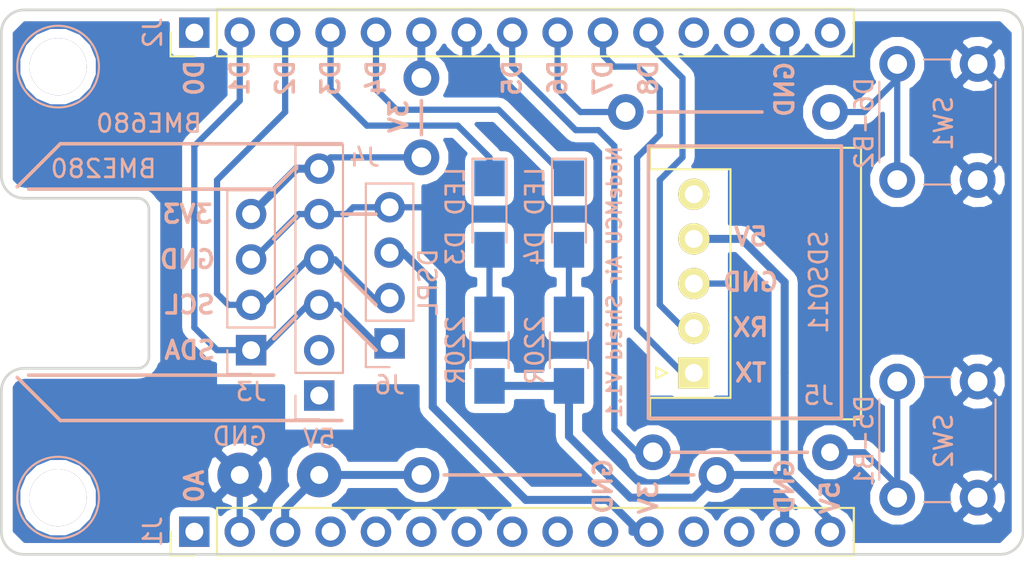
<source format=kicad_pcb>
(kicad_pcb (version 4) (host pcbnew 4.0.7)

  (general
    (links 42)
    (no_connects 6)
    (area 149.784999 75.489999 207.085001 106.120001)
    (thickness 1.6)
    (drawings 65)
    (tracks 118)
    (zones 0)
    (modules 19)
    (nets 34)
  )

  (page A4)
  (layers
    (0 F.Cu signal)
    (31 B.Cu signal)
    (32 B.Adhes user)
    (33 F.Adhes user)
    (34 B.Paste user)
    (35 F.Paste user)
    (36 B.SilkS user)
    (37 F.SilkS user)
    (38 B.Mask user)
    (39 F.Mask user)
    (40 Dwgs.User user)
    (41 Cmts.User user)
    (42 Eco1.User user)
    (43 Eco2.User user)
    (44 Edge.Cuts user)
    (45 Margin user)
    (46 B.CrtYd user)
    (47 F.CrtYd user)
    (48 B.Fab user)
    (49 F.Fab user)
  )

  (setup
    (last_trace_width 0.35)
    (trace_clearance 0.2)
    (zone_clearance 0.508)
    (zone_45_only yes)
    (trace_min 0.2)
    (segment_width 0.2)
    (edge_width 0.15)
    (via_size 0.6)
    (via_drill 0.4)
    (via_min_size 0.4)
    (via_min_drill 0.3)
    (uvia_size 0.3)
    (uvia_drill 0.1)
    (uvias_allowed no)
    (uvia_min_size 0.2)
    (uvia_min_drill 0.1)
    (pcb_text_width 0.3)
    (pcb_text_size 1.5 1.5)
    (mod_edge_width 0.15)
    (mod_text_size 1 1)
    (mod_text_width 0.15)
    (pad_size 2 2)
    (pad_drill 1.1)
    (pad_to_mask_clearance 0.2)
    (aux_axis_origin 257.81 171.45)
    (grid_origin 130.81 67.31)
    (visible_elements 7FFFFFFF)
    (pcbplotparams
      (layerselection 0x01050_80000000)
      (usegerberextensions false)
      (excludeedgelayer true)
      (linewidth 0.100000)
      (plotframeref false)
      (viasonmask false)
      (mode 1)
      (useauxorigin false)
      (hpglpennumber 1)
      (hpglpenspeed 20)
      (hpglpendiameter 15)
      (hpglpenoverlay 2)
      (psnegative false)
      (psa4output false)
      (plotreference true)
      (plotvalue true)
      (plotinvisibletext false)
      (padsonsilk false)
      (subtractmaskfromsilk false)
      (outputformat 1)
      (mirror false)
      (drillshape 0)
      (scaleselection 1)
      (outputdirectory Plot/))
  )

  (net 0 "")
  (net 1 D1-SDA)
  (net 2 D2-SCL)
  (net 3 +3V3)
  (net 4 GND)
  (net 5 +5V)
  (net 6 D7)
  (net 7 D8)
  (net 8 D5)
  (net 9 D6)
  (net 10 "Net-(J1-Pad1)")
  (net 11 "Net-(J1-Pad4)")
  (net 12 "Net-(J1-Pad5)")
  (net 13 "Net-(J1-Pad6)")
  (net 14 "Net-(J1-Pad7)")
  (net 15 "Net-(J1-Pad8)")
  (net 16 "Net-(J1-Pad9)")
  (net 17 "Net-(J1-Pad12)")
  (net 18 "Net-(J1-Pad13)")
  (net 19 "Net-(J2-Pad1)")
  (net 20 D3)
  (net 21 D4)
  (net 22 "Net-(J4-Pad1)")
  (net 23 "Net-(J4-Pad2)")
  (net 24 "Net-(J5-Pad5)")
  (net 25 "Net-(J1-Pad10)")
  (net 26 "Net-(J2-Pad12)")
  (net 27 "Net-(J2-Pad13)")
  (net 28 "Net-(J2-Pad15)")
  (net 29 "Net-(J4-Pad6)")
  (net 30 "Net-(R7-Pad2)")
  (net 31 "Net-(R8-Pad2)")
  (net 32 "Net-(D3-Pad2)")
  (net 33 "Net-(D4-Pad2)")

  (net_class Default "This is the default net class."
    (clearance 0.2)
    (trace_width 0.35)
    (via_dia 0.6)
    (via_drill 0.4)
    (uvia_dia 0.3)
    (uvia_drill 0.1)
    (add_net D1-SDA)
    (add_net D2-SCL)
    (add_net D3)
    (add_net D4)
    (add_net D5)
    (add_net D6)
    (add_net D7)
    (add_net D8)
    (add_net GND)
    (add_net "Net-(D3-Pad2)")
    (add_net "Net-(D4-Pad2)")
    (add_net "Net-(J1-Pad1)")
    (add_net "Net-(J1-Pad10)")
    (add_net "Net-(J1-Pad12)")
    (add_net "Net-(J1-Pad13)")
    (add_net "Net-(J1-Pad4)")
    (add_net "Net-(J1-Pad5)")
    (add_net "Net-(J1-Pad6)")
    (add_net "Net-(J1-Pad7)")
    (add_net "Net-(J1-Pad8)")
    (add_net "Net-(J1-Pad9)")
    (add_net "Net-(J2-Pad1)")
    (add_net "Net-(J2-Pad12)")
    (add_net "Net-(J2-Pad13)")
    (add_net "Net-(J2-Pad15)")
    (add_net "Net-(J4-Pad1)")
    (add_net "Net-(J4-Pad2)")
    (add_net "Net-(J4-Pad6)")
    (add_net "Net-(J5-Pad5)")
    (add_net "Net-(R7-Pad2)")
    (add_net "Net-(R8-Pad2)")
  )

  (net_class Data ""
    (clearance 0.2)
    (trace_width 0.3)
    (via_dia 0.6)
    (via_drill 0.4)
    (uvia_dia 0.3)
    (uvia_drill 0.1)
  )

  (net_class Power ""
    (clearance 0.2)
    (trace_width 0.45)
    (via_dia 0.6)
    (via_drill 0.4)
    (uvia_dia 0.3)
    (uvia_drill 0.1)
    (add_net +3V3)
    (add_net +5V)
  )

  (module Wire_Connections_Bridges:WireConnection_1.00mmDrill (layer F.Cu) (tedit 5AA97551) (tstamp 5A9337BA)
    (at 173.355 79.375 270)
    (descr "WireConnection with 1mm drill")
    (path /5A935BA4)
    (fp_text reference R10 (at 1.905 -1.27 270) (layer F.SilkS) hide
      (effects (font (size 1 1) (thickness 0.15)))
    )
    (fp_text value R00 (at 1.905 1.27 270) (layer F.Fab)
      (effects (font (size 1 1) (thickness 0.15)))
    )
    (pad 1 thru_hole circle (at 0 0 270) (size 2 2) (drill 1.1) (layers *.Cu *.Mask)
      (net 3 +3V3))
    (pad 2 thru_hole circle (at 4.445 0 270) (size 2 2) (drill 1.1) (layers *.Cu *.Mask)
      (net 29 "Net-(J4-Pad6)"))
  )

  (module Wire_Connections_Bridges:WireConnection_1.00mmDrill (layer F.Cu) (tedit 5AA9757C) (tstamp 5A907EF8)
    (at 179.705 101.6)
    (descr "WireConnection with 1mm drill")
    (path /5A908546)
    (fp_text reference R9 (at 0 0) (layer F.SilkS) hide
      (effects (font (size 1 1) (thickness 0.15)))
    )
    (fp_text value R00 (at -2.54 0) (layer B.SilkS) hide
      (effects (font (size 1 1) (thickness 0.15)) (justify mirror))
    )
    (pad 1 thru_hole circle (at -6.35 0) (size 2 2) (drill 1.1) (layers *.Cu *.Mask)
      (net 5 +5V))
    (pad 2 thru_hole circle (at 10.16 0) (size 2 2) (drill 1.1) (layers *.Cu *.Mask)
      (net 5 +5V))
  )

  (module Wire_Connections_Bridges:WireConnection_1.00mmDrill (layer B.Cu) (tedit 5AB8DEB9) (tstamp 5A8F30F4)
    (at 186.055 100.33)
    (descr "WireConnection with 1mm drill")
    (path /5A8E04D9)
    (fp_text reference R7 (at 5.715 0) (layer B.Fab) hide
      (effects (font (size 1 1) (thickness 0.15)) (justify mirror))
    )
    (fp_text value R00 (at 4.445 0) (layer B.SilkS) hide
      (effects (font (size 1 1) (thickness 0.15)) (justify mirror))
    )
    (pad 1 thru_hole circle (at 0.254 0) (size 2 2) (drill 1.1) (layers *.Cu *.Mask)
      (net 8 D5))
    (pad 2 thru_hole circle (at 10.16 0) (size 2 2) (drill 1) (layers *.Cu *.Mask)
      (net 30 "Net-(R7-Pad2)"))
  )

  (module Wire_Connections_Bridges:WireConnection_1.00mmDrill (layer B.Cu) (tedit 5AA972C6) (tstamp 5A8F314F)
    (at 186.055 81.28)
    (descr "WireConnection with 1mm drill")
    (path /5A8E1694)
    (fp_text reference R8 (at 5.715 0) (layer B.Fab) hide
      (effects (font (size 1 1) (thickness 0.15)) (justify mirror))
    )
    (fp_text value R00 (at 4.445 0) (layer B.SilkS) hide
      (effects (font (size 1 1) (thickness 0.15)) (justify mirror))
    )
    (pad 1 thru_hole circle (at -1.27 0) (size 2 2) (drill 1.1) (layers *.Cu *.Mask)
      (net 9 D6))
    (pad 2 thru_hole circle (at 10.16 0) (size 2 2) (drill 1.1) (layers *.Cu *.Mask)
      (net 31 "Net-(R8-Pad2)"))
  )

  (module Pin_Headers:Pin_Header_Straight_1x04_Pitch2.54mm (layer B.Cu) (tedit 5A8F5B64) (tstamp 5A88B690)
    (at 163.83 94.615)
    (descr "Through hole straight pin header, 1x04, 2.54mm pitch, single row")
    (tags "Through hole pin header THT 1x04 2.54mm single row")
    (path /5A887D89)
    (fp_text reference J3 (at 0 2.33) (layer B.SilkS)
      (effects (font (size 1 1) (thickness 0.15)) (justify mirror))
    )
    (fp_text value BME280 (at -8.255 -10.16 180) (layer B.SilkS)
      (effects (font (size 1 1) (thickness 0.15)) (justify mirror))
    )
    (fp_line (start -0.635 1.27) (end 1.27 1.27) (layer B.Fab) (width 0.1))
    (fp_line (start 1.27 1.27) (end 1.27 -8.89) (layer B.Fab) (width 0.1))
    (fp_line (start 1.27 -8.89) (end -1.27 -8.89) (layer B.Fab) (width 0.1))
    (fp_line (start -1.27 -8.89) (end -1.27 0.635) (layer B.Fab) (width 0.1))
    (fp_line (start -1.27 0.635) (end -0.635 1.27) (layer B.Fab) (width 0.1))
    (fp_line (start -1.33 -8.95) (end 1.33 -8.95) (layer B.SilkS) (width 0.12))
    (fp_line (start -1.33 -1.27) (end -1.33 -8.95) (layer B.SilkS) (width 0.12))
    (fp_line (start 1.33 -1.27) (end 1.33 -8.95) (layer B.SilkS) (width 0.12))
    (fp_line (start -1.33 -1.27) (end 1.33 -1.27) (layer B.SilkS) (width 0.12))
    (fp_line (start -1.33 0) (end -1.33 1.33) (layer B.SilkS) (width 0.12))
    (fp_line (start -1.33 1.33) (end 0 1.33) (layer B.SilkS) (width 0.12))
    (fp_line (start -1.8 1.8) (end -1.8 -9.4) (layer B.CrtYd) (width 0.05))
    (fp_line (start -1.8 -9.4) (end 1.8 -9.4) (layer B.CrtYd) (width 0.05))
    (fp_line (start 1.8 -9.4) (end 1.8 1.8) (layer B.CrtYd) (width 0.05))
    (fp_line (start 1.8 1.8) (end -1.8 1.8) (layer B.CrtYd) (width 0.05))
    (pad 1 thru_hole rect (at 0 0) (size 1.7 1.7) (drill 1) (layers *.Cu *.Mask)
      (net 1 D1-SDA))
    (pad 2 thru_hole oval (at 0 -2.54) (size 1.7 1.7) (drill 1) (layers *.Cu *.Mask)
      (net 2 D2-SCL))
    (pad 3 thru_hole oval (at 0 -5.08) (size 1.7 1.7) (drill 1) (layers *.Cu *.Mask)
      (net 4 GND))
    (pad 4 thru_hole oval (at 0 -7.62) (size 1.7 1.7) (drill 1) (layers *.Cu *.Mask)
      (net 3 +3V3))
    (model ${KISYS3DMOD}/Pin_Headers.3dshapes/Pin_Header_Straight_1x04_Pitch2.54mm.wrl
      (at (xyz 0 0 0))
      (scale (xyz 1 1 1))
      (rotate (xyz 0 0 0))
    )
  )

  (module Pin_Headers:Pin_Header_Straight_1x06_Pitch2.54mm (layer B.Cu) (tedit 5AB7F576) (tstamp 5A88B69A)
    (at 167.64 97.155)
    (descr "Through hole straight pin header, 1x06, 2.54mm pitch, single row")
    (tags "Through hole pin header THT 1x06 2.54mm single row")
    (path /5A887F0C)
    (fp_text reference J4 (at 2.54 -13.335) (layer B.SilkS)
      (effects (font (size 1 1) (thickness 0.15)) (justify mirror))
    )
    (fp_text value BME680 (at -9.525 -15.24 180) (layer B.SilkS)
      (effects (font (size 1 1) (thickness 0.15)) (justify mirror))
    )
    (fp_line (start -0.635 1.27) (end 1.27 1.27) (layer B.Fab) (width 0.1))
    (fp_line (start 1.27 1.27) (end 1.27 -13.97) (layer B.Fab) (width 0.1))
    (fp_line (start 1.27 -13.97) (end -1.27 -13.97) (layer B.Fab) (width 0.1))
    (fp_line (start -1.27 -13.97) (end -1.27 0.635) (layer B.Fab) (width 0.1))
    (fp_line (start -1.27 0.635) (end -0.635 1.27) (layer B.Fab) (width 0.1))
    (fp_line (start -1.33 -14.03) (end 1.33 -14.03) (layer B.SilkS) (width 0.12))
    (fp_line (start -1.33 -1.27) (end -1.33 -14.03) (layer B.SilkS) (width 0.12))
    (fp_line (start 1.33 -1.27) (end 1.33 -14.03) (layer B.SilkS) (width 0.12))
    (fp_line (start -1.33 -1.27) (end 1.33 -1.27) (layer B.SilkS) (width 0.12))
    (fp_line (start -1.33 0) (end -1.33 1.33) (layer B.SilkS) (width 0.12))
    (fp_line (start -1.33 1.33) (end 0 1.33) (layer B.SilkS) (width 0.12))
    (fp_line (start -1.8 1.8) (end -1.8 -14.5) (layer B.CrtYd) (width 0.05))
    (fp_line (start -1.8 -14.5) (end 1.8 -14.5) (layer B.CrtYd) (width 0.05))
    (fp_line (start 1.8 -14.5) (end 1.8 1.8) (layer B.CrtYd) (width 0.05))
    (fp_line (start 1.8 1.8) (end -1.8 1.8) (layer B.CrtYd) (width 0.05))
    (pad 1 thru_hole rect (at 0 0) (size 1.7 1.7) (drill 1) (layers *.Cu *.Mask)
      (net 22 "Net-(J4-Pad1)"))
    (pad 2 thru_hole oval (at 0 -2.54) (size 1.7 1.7) (drill 1) (layers *.Cu *.Mask)
      (net 23 "Net-(J4-Pad2)"))
    (pad 3 thru_hole oval (at 0 -5.08) (size 1.7 1.7) (drill 1) (layers *.Cu *.Mask)
      (net 1 D1-SDA))
    (pad 4 thru_hole oval (at 0 -7.62) (size 1.7 1.7) (drill 1) (layers *.Cu *.Mask)
      (net 2 D2-SCL))
    (pad 5 thru_hole oval (at 0 -10.16) (size 1.7 1.7) (drill 1) (layers *.Cu *.Mask)
      (net 4 GND))
    (pad 6 thru_hole oval (at 0 -12.7) (size 1.7 1.7) (drill 1) (layers *.Cu *.Mask)
      (net 29 "Net-(J4-Pad6)"))
    (model ${KISYS3DMOD}/Pin_Headers.3dshapes/Pin_Header_Straight_1x06_Pitch2.54mm.wrl
      (at (xyz 0 0 0))
      (scale (xyz 1 1 1))
      (rotate (xyz 0 0 0))
    )
  )

  (module Buttons_Switches_THT:SW_PUSH_6mm (layer B.Cu) (tedit 5A8F5ACD) (tstamp 5A895CF0)
    (at 204.47 85.09 90)
    (descr https://www.omron.com/ecb/products/pdf/en-b3f.pdf)
    (tags "tact sw push 6mm")
    (path /5A89544A)
    (fp_text reference SW1 (at 3.175 -1.905 90) (layer B.SilkS)
      (effects (font (size 1 1) (thickness 0.15)) (justify mirror))
    )
    (fp_text value D6-B2 (at 3.175 -6.35 90) (layer B.SilkS)
      (effects (font (size 1 1) (thickness 0.15)) (justify mirror))
    )
    (fp_line (start 3.25 0.75) (end 6.25 0.75) (layer B.Fab) (width 0.1))
    (fp_line (start 6.25 0.75) (end 6.25 -5.25) (layer B.Fab) (width 0.1))
    (fp_line (start 6.25 -5.25) (end 0.25 -5.25) (layer B.Fab) (width 0.1))
    (fp_line (start 0.25 -5.25) (end 0.25 0.75) (layer B.Fab) (width 0.1))
    (fp_line (start 0.25 0.75) (end 3.25 0.75) (layer B.Fab) (width 0.1))
    (fp_line (start 7.75 -6) (end 8 -6) (layer B.CrtYd) (width 0.05))
    (fp_line (start 8 -6) (end 8 -5.75) (layer B.CrtYd) (width 0.05))
    (fp_line (start 7.75 1.5) (end 8 1.5) (layer B.CrtYd) (width 0.05))
    (fp_line (start 8 1.5) (end 8 1.25) (layer B.CrtYd) (width 0.05))
    (fp_line (start -1.5 1.25) (end -1.5 1.5) (layer B.CrtYd) (width 0.05))
    (fp_line (start -1.5 1.5) (end -1.25 1.5) (layer B.CrtYd) (width 0.05))
    (fp_line (start -1.5 -5.75) (end -1.5 -6) (layer B.CrtYd) (width 0.05))
    (fp_line (start -1.5 -6) (end -1.25 -6) (layer B.CrtYd) (width 0.05))
    (fp_line (start -1.25 1.5) (end 7.75 1.5) (layer B.CrtYd) (width 0.05))
    (fp_line (start -1.5 -5.75) (end -1.5 1.25) (layer B.CrtYd) (width 0.05))
    (fp_line (start 7.75 -6) (end -1.25 -6) (layer B.CrtYd) (width 0.05))
    (fp_line (start 8 1.25) (end 8 -5.75) (layer B.CrtYd) (width 0.05))
    (fp_line (start 1 -5.5) (end 5.5 -5.5) (layer B.SilkS) (width 0.12))
    (fp_line (start -0.25 -1.5) (end -0.25 -3) (layer B.SilkS) (width 0.12))
    (fp_line (start 5.5 1) (end 1 1) (layer B.SilkS) (width 0.12))
    (fp_line (start 6.75 -3) (end 6.75 -1.5) (layer B.SilkS) (width 0.12))
    (fp_circle (center 3.25 -2.25) (end 1.25 -2.5) (layer B.Fab) (width 0.1))
    (pad 2 thru_hole circle (at 0 -4.5) (size 2 2) (drill 1.1) (layers *.Cu *.Mask)
      (net 31 "Net-(R8-Pad2)"))
    (pad 1 thru_hole circle (at 0 0) (size 2 2) (drill 1.1) (layers *.Cu *.Mask)
      (net 4 GND))
    (pad 2 thru_hole circle (at 6.5 -4.5) (size 2 2) (drill 1.1) (layers *.Cu *.Mask)
      (net 31 "Net-(R8-Pad2)"))
    (pad 1 thru_hole circle (at 6.5 0) (size 2 2) (drill 1.1) (layers *.Cu *.Mask)
      (net 4 GND))
    (model ${KISYS3DMOD}/Buttons_Switches_THT.3dshapes/SW_PUSH_6mm.wrl
      (at (xyz 0.005 0 0))
      (scale (xyz 0.3937 0.3937 0.3937))
      (rotate (xyz 0 0 0))
    )
  )

  (module Buttons_Switches_THT:SW_PUSH_6mm (layer B.Cu) (tedit 5A8F5AB8) (tstamp 5A895CF8)
    (at 204.47 102.87 90)
    (descr https://www.omron.com/ecb/products/pdf/en-b3f.pdf)
    (tags "tact sw push 6mm")
    (path /5A896733)
    (fp_text reference SW2 (at 3.175 -1.905 90) (layer B.SilkS)
      (effects (font (size 1 1) (thickness 0.15)) (justify mirror))
    )
    (fp_text value D5-B1 (at 3.175 -6.35 90) (layer B.SilkS)
      (effects (font (size 1 1) (thickness 0.15)) (justify mirror))
    )
    (fp_line (start 3.25 0.75) (end 6.25 0.75) (layer B.Fab) (width 0.1))
    (fp_line (start 6.25 0.75) (end 6.25 -5.25) (layer B.Fab) (width 0.1))
    (fp_line (start 6.25 -5.25) (end 0.25 -5.25) (layer B.Fab) (width 0.1))
    (fp_line (start 0.25 -5.25) (end 0.25 0.75) (layer B.Fab) (width 0.1))
    (fp_line (start 0.25 0.75) (end 3.25 0.75) (layer B.Fab) (width 0.1))
    (fp_line (start 7.75 -6) (end 8 -6) (layer B.CrtYd) (width 0.05))
    (fp_line (start 8 -6) (end 8 -5.75) (layer B.CrtYd) (width 0.05))
    (fp_line (start 7.75 1.5) (end 8 1.5) (layer B.CrtYd) (width 0.05))
    (fp_line (start 8 1.5) (end 8 1.25) (layer B.CrtYd) (width 0.05))
    (fp_line (start -1.5 1.25) (end -1.5 1.5) (layer B.CrtYd) (width 0.05))
    (fp_line (start -1.5 1.5) (end -1.25 1.5) (layer B.CrtYd) (width 0.05))
    (fp_line (start -1.5 -5.75) (end -1.5 -6) (layer B.CrtYd) (width 0.05))
    (fp_line (start -1.5 -6) (end -1.25 -6) (layer B.CrtYd) (width 0.05))
    (fp_line (start -1.25 1.5) (end 7.75 1.5) (layer B.CrtYd) (width 0.05))
    (fp_line (start -1.5 -5.75) (end -1.5 1.25) (layer B.CrtYd) (width 0.05))
    (fp_line (start 7.75 -6) (end -1.25 -6) (layer B.CrtYd) (width 0.05))
    (fp_line (start 8 1.25) (end 8 -5.75) (layer B.CrtYd) (width 0.05))
    (fp_line (start 1 -5.5) (end 5.5 -5.5) (layer B.SilkS) (width 0.12))
    (fp_line (start -0.25 -1.5) (end -0.25 -3) (layer B.SilkS) (width 0.12))
    (fp_line (start 5.5 1) (end 1 1) (layer B.SilkS) (width 0.12))
    (fp_line (start 6.75 -3) (end 6.75 -1.5) (layer B.SilkS) (width 0.12))
    (fp_circle (center 3.25 -2.25) (end 1.25 -2.5) (layer B.Fab) (width 0.1))
    (pad 2 thru_hole circle (at 0 -4.5) (size 2 2) (drill 1.1) (layers *.Cu *.Mask)
      (net 30 "Net-(R7-Pad2)"))
    (pad 1 thru_hole circle (at 0 0) (size 2 2) (drill 1.1) (layers *.Cu *.Mask)
      (net 4 GND))
    (pad 2 thru_hole circle (at 6.5 -4.5) (size 2 2) (drill 1.1) (layers *.Cu *.Mask)
      (net 30 "Net-(R7-Pad2)"))
    (pad 1 thru_hole circle (at 6.5 0) (size 2 2) (drill 1.1) (layers *.Cu *.Mask)
      (net 4 GND))
    (model ${KISYS3DMOD}/Buttons_Switches_THT.3dshapes/SW_PUSH_6mm.wrl
      (at (xyz 0.005 0 0))
      (scale (xyz 0.3937 0.3937 0.3937))
      (rotate (xyz 0 0 0))
    )
  )

  (module Connectors_JST:JST_XH_S05B-XH-A_05x2.50mm_Angled (layer F.Cu) (tedit 5A8F2CE8) (tstamp 5A8C45EF)
    (at 188.595 95.885 90)
    (descr "JST XH series connector, S05B-XH-A, side entry type, through hole")
    (tags "connector jst xh tht side horizontal angled 2.50mm")
    (path /5A8C4549)
    (fp_text reference J5 (at -1.27 6.985 360) (layer B.SilkS)
      (effects (font (size 1 1) (thickness 0.15)) (justify mirror))
    )
    (fp_text value SDS011 (at 5.08 6.985 90) (layer B.SilkS)
      (effects (font (size 1 1) (thickness 0.15)) (justify mirror))
    )
    (fp_line (start -2.45 -2.3) (end -2.45 9.2) (layer F.Fab) (width 0.1))
    (fp_line (start -2.45 9.2) (end 12.45 9.2) (layer F.Fab) (width 0.1))
    (fp_line (start 12.45 9.2) (end 12.45 -2.3) (layer F.Fab) (width 0.1))
    (fp_line (start 12.45 -2.3) (end -2.45 -2.3) (layer F.Fab) (width 0.1))
    (fp_line (start -2.95 -2.8) (end -2.95 9.7) (layer F.CrtYd) (width 0.05))
    (fp_line (start -2.95 9.7) (end 12.95 9.7) (layer F.CrtYd) (width 0.05))
    (fp_line (start 12.95 9.7) (end 12.95 -2.8) (layer F.CrtYd) (width 0.05))
    (fp_line (start 12.95 -2.8) (end -2.95 -2.8) (layer F.CrtYd) (width 0.05))
    (fp_line (start 5 9.35) (end -2.6 9.35) (layer F.SilkS) (width 0.12))
    (fp_line (start -2.6 9.35) (end -2.6 -2.45) (layer F.SilkS) (width 0.12))
    (fp_line (start -2.6 -2.45) (end -1.4 -2.45) (layer F.SilkS) (width 0.12))
    (fp_line (start -1.4 -2.45) (end -1.4 2.05) (layer F.SilkS) (width 0.12))
    (fp_line (start -1.4 2.05) (end 5 2.05) (layer F.SilkS) (width 0.12))
    (fp_line (start 5 9.35) (end 12.6 9.35) (layer F.SilkS) (width 0.12))
    (fp_line (start 12.6 9.35) (end 12.6 -2.45) (layer F.SilkS) (width 0.12))
    (fp_line (start 12.6 -2.45) (end 11.4 -2.45) (layer F.SilkS) (width 0.12))
    (fp_line (start 11.4 -2.45) (end 11.4 2.05) (layer F.SilkS) (width 0.12))
    (fp_line (start 11.4 2.05) (end 5 2.05) (layer F.SilkS) (width 0.12))
    (fp_line (start -0.25 3.45) (end -0.25 8.7) (layer F.Fab) (width 0.1))
    (fp_line (start -0.25 8.7) (end 0.25 8.7) (layer F.Fab) (width 0.1))
    (fp_line (start 0.25 8.7) (end 0.25 3.45) (layer F.Fab) (width 0.1))
    (fp_line (start 0.25 3.45) (end -0.25 3.45) (layer F.Fab) (width 0.1))
    (fp_line (start 2.25 3.45) (end 2.25 8.7) (layer F.Fab) (width 0.1))
    (fp_line (start 2.25 8.7) (end 2.75 8.7) (layer F.Fab) (width 0.1))
    (fp_line (start 2.75 8.7) (end 2.75 3.45) (layer F.Fab) (width 0.1))
    (fp_line (start 2.75 3.45) (end 2.25 3.45) (layer F.Fab) (width 0.1))
    (fp_line (start 4.75 3.45) (end 4.75 8.7) (layer F.Fab) (width 0.1))
    (fp_line (start 4.75 8.7) (end 5.25 8.7) (layer F.Fab) (width 0.1))
    (fp_line (start 5.25 8.7) (end 5.25 3.45) (layer F.Fab) (width 0.1))
    (fp_line (start 5.25 3.45) (end 4.75 3.45) (layer F.Fab) (width 0.1))
    (fp_line (start 7.25 3.45) (end 7.25 8.7) (layer F.Fab) (width 0.1))
    (fp_line (start 7.25 8.7) (end 7.75 8.7) (layer F.Fab) (width 0.1))
    (fp_line (start 7.75 8.7) (end 7.75 3.45) (layer F.Fab) (width 0.1))
    (fp_line (start 7.75 3.45) (end 7.25 3.45) (layer F.Fab) (width 0.1))
    (fp_line (start 9.75 3.45) (end 9.75 8.7) (layer F.Fab) (width 0.1))
    (fp_line (start 9.75 8.7) (end 10.25 8.7) (layer F.Fab) (width 0.1))
    (fp_line (start 10.25 8.7) (end 10.25 3.45) (layer F.Fab) (width 0.1))
    (fp_line (start 10.25 3.45) (end 9.75 3.45) (layer F.Fab) (width 0.1))
    (fp_line (start 0 -1.5) (end -0.3 -2.1) (layer F.SilkS) (width 0.12))
    (fp_line (start -0.3 -2.1) (end 0.3 -2.1) (layer F.SilkS) (width 0.12))
    (fp_line (start 0.3 -2.1) (end 0 -1.5) (layer F.SilkS) (width 0.12))
    (fp_line (start 0 -1.5) (end -0.3 -2.1) (layer F.Fab) (width 0.1))
    (fp_line (start -0.3 -2.1) (end 0.3 -2.1) (layer F.Fab) (width 0.1))
    (fp_line (start 0.3 -2.1) (end 0 -1.5) (layer F.Fab) (width 0.1))
    (fp_text user %R (at 5 2.25 90) (layer F.Fab)
      (effects (font (size 1 1) (thickness 0.15)))
    )
    (pad 1 thru_hole rect (at 0 0 90) (size 1.75 1.75) (drill 1) (layers *.Cu *.Mask F.SilkS)
      (net 6 D7))
    (pad 2 thru_hole circle (at 2.5 0 90) (size 1.75 1.75) (drill 1) (layers *.Cu *.Mask F.SilkS)
      (net 7 D8))
    (pad 3 thru_hole circle (at 5 0 90) (size 1.75 1.75) (drill 1) (layers *.Cu *.Mask F.SilkS)
      (net 4 GND))
    (pad 4 thru_hole circle (at 7.5 0 90) (size 1.75 1.75) (drill 1) (layers *.Cu *.Mask F.SilkS)
      (net 5 +5V))
    (pad 5 thru_hole circle (at 10 0 90) (size 1.75 1.75) (drill 1) (layers *.Cu *.Mask F.SilkS)
      (net 24 "Net-(J5-Pad5)"))
    (model Connectors_JST.3dshapes/JST_XH_S05B-XH-A_05x2.50mm_Angled.wrl
      (at (xyz 0 0 0))
      (scale (xyz 1 1 1))
      (rotate (xyz 0 0 0))
    )
  )

  (module Resistors_SMD:R_1206_HandSoldering (layer B.Cu) (tedit 5A8F5A17) (tstamp 5A8EB104)
    (at 177.165 94.615 270)
    (descr "Resistor SMD 1206, hand soldering")
    (tags "resistor 1206")
    (path /5A8DEA2B)
    (attr smd)
    (fp_text reference R5 (at -2.54 1.905 270) (layer B.Fab)
      (effects (font (size 1 1) (thickness 0.15)) (justify mirror))
    )
    (fp_text value 220R (at 0 1.905 270) (layer B.SilkS)
      (effects (font (size 1 1) (thickness 0.15)) (justify mirror))
    )
    (fp_text user %R (at 0 0 270) (layer B.Fab)
      (effects (font (size 0.7 0.7) (thickness 0.105)) (justify mirror))
    )
    (fp_line (start -1.6 -0.8) (end -1.6 0.8) (layer B.Fab) (width 0.1))
    (fp_line (start 1.6 -0.8) (end -1.6 -0.8) (layer B.Fab) (width 0.1))
    (fp_line (start 1.6 0.8) (end 1.6 -0.8) (layer B.Fab) (width 0.1))
    (fp_line (start -1.6 0.8) (end 1.6 0.8) (layer B.Fab) (width 0.1))
    (fp_line (start 1 -1.07) (end -1 -1.07) (layer B.SilkS) (width 0.12))
    (fp_line (start -1 1.07) (end 1 1.07) (layer B.SilkS) (width 0.12))
    (fp_line (start -3.25 1.11) (end 3.25 1.11) (layer B.CrtYd) (width 0.05))
    (fp_line (start -3.25 1.11) (end -3.25 -1.1) (layer B.CrtYd) (width 0.05))
    (fp_line (start 3.25 -1.1) (end 3.25 1.11) (layer B.CrtYd) (width 0.05))
    (fp_line (start 3.25 -1.1) (end -3.25 -1.1) (layer B.CrtYd) (width 0.05))
    (pad 1 smd rect (at -2 0 270) (size 2 1.7) (layers B.Cu B.Paste B.Mask)
      (net 32 "Net-(D3-Pad2)"))
    (pad 2 smd rect (at 2 0 270) (size 2 1.7) (layers B.Cu B.Paste B.Mask)
      (net 5 +5V))
    (model ${KISYS3DMOD}/Resistors_SMD.3dshapes/R_1206.wrl
      (at (xyz 0 0 0))
      (scale (xyz 1 1 1))
      (rotate (xyz 0 0 0))
    )
  )

  (module Resistors_SMD:R_1206_HandSoldering (layer B.Cu) (tedit 5A8F5A21) (tstamp 5A8EB109)
    (at 181.61 94.615 270)
    (descr "Resistor SMD 1206, hand soldering")
    (tags "resistor 1206")
    (path /5A8DEA18)
    (attr smd)
    (fp_text reference R6 (at -2.54 1.905 270) (layer B.Fab)
      (effects (font (size 1 1) (thickness 0.15)) (justify mirror))
    )
    (fp_text value 220R (at 0 1.905 270) (layer B.SilkS)
      (effects (font (size 1 1) (thickness 0.15)) (justify mirror))
    )
    (fp_text user %R (at 0 0 270) (layer B.Fab)
      (effects (font (size 0.7 0.7) (thickness 0.105)) (justify mirror))
    )
    (fp_line (start -1.6 -0.8) (end -1.6 0.8) (layer B.Fab) (width 0.1))
    (fp_line (start 1.6 -0.8) (end -1.6 -0.8) (layer B.Fab) (width 0.1))
    (fp_line (start 1.6 0.8) (end 1.6 -0.8) (layer B.Fab) (width 0.1))
    (fp_line (start -1.6 0.8) (end 1.6 0.8) (layer B.Fab) (width 0.1))
    (fp_line (start 1 -1.07) (end -1 -1.07) (layer B.SilkS) (width 0.12))
    (fp_line (start -1 1.07) (end 1 1.07) (layer B.SilkS) (width 0.12))
    (fp_line (start -3.25 1.11) (end 3.25 1.11) (layer B.CrtYd) (width 0.05))
    (fp_line (start -3.25 1.11) (end -3.25 -1.1) (layer B.CrtYd) (width 0.05))
    (fp_line (start 3.25 -1.1) (end 3.25 1.11) (layer B.CrtYd) (width 0.05))
    (fp_line (start 3.25 -1.1) (end -3.25 -1.1) (layer B.CrtYd) (width 0.05))
    (pad 1 smd rect (at -2 0 270) (size 2 1.7) (layers B.Cu B.Paste B.Mask)
      (net 33 "Net-(D4-Pad2)"))
    (pad 2 smd rect (at 2 0 270) (size 2 1.7) (layers B.Cu B.Paste B.Mask)
      (net 5 +5V))
    (model ${KISYS3DMOD}/Resistors_SMD.3dshapes/R_1206.wrl
      (at (xyz 0 0 0))
      (scale (xyz 1 1 1))
      (rotate (xyz 0 0 0))
    )
  )

  (module Pin_Headers:Pin_Header_Straight_1x15_Pitch2.54mm (layer F.Cu) (tedit 5A8ED155) (tstamp 5A8EC636)
    (at 160.655 104.775 90)
    (descr "Through hole straight pin header, 1x15, 2.54mm pitch, single row")
    (tags "Through hole pin header THT 1x15 2.54mm single row")
    (path /5A8EC7ED)
    (fp_text reference J1 (at 0 -2.33 90) (layer B.SilkS)
      (effects (font (size 1 1) (thickness 0.15)) (justify mirror))
    )
    (fp_text value J1 (at 0 37.89 90) (layer F.Fab)
      (effects (font (size 1 1) (thickness 0.15)))
    )
    (fp_line (start -0.635 -1.27) (end 1.27 -1.27) (layer F.Fab) (width 0.1))
    (fp_line (start 1.27 -1.27) (end 1.27 36.83) (layer F.Fab) (width 0.1))
    (fp_line (start 1.27 36.83) (end -1.27 36.83) (layer F.Fab) (width 0.1))
    (fp_line (start -1.27 36.83) (end -1.27 -0.635) (layer F.Fab) (width 0.1))
    (fp_line (start -1.27 -0.635) (end -0.635 -1.27) (layer F.Fab) (width 0.1))
    (fp_line (start -1.33 36.89) (end 1.33 36.89) (layer F.SilkS) (width 0.12))
    (fp_line (start -1.33 1.27) (end -1.33 36.89) (layer F.SilkS) (width 0.12))
    (fp_line (start 1.33 1.27) (end 1.33 36.89) (layer F.SilkS) (width 0.12))
    (fp_line (start -1.33 1.27) (end 1.33 1.27) (layer F.SilkS) (width 0.12))
    (fp_line (start -1.33 0) (end -1.33 -1.33) (layer F.SilkS) (width 0.12))
    (fp_line (start -1.33 -1.33) (end 0 -1.33) (layer F.SilkS) (width 0.12))
    (fp_line (start -1.8 -1.8) (end -1.8 37.35) (layer F.CrtYd) (width 0.05))
    (fp_line (start -1.8 37.35) (end 1.8 37.35) (layer F.CrtYd) (width 0.05))
    (fp_line (start 1.8 37.35) (end 1.8 -1.8) (layer F.CrtYd) (width 0.05))
    (fp_line (start 1.8 -1.8) (end -1.8 -1.8) (layer F.CrtYd) (width 0.05))
    (fp_text user %R (at 0 17.78 180) (layer F.Fab)
      (effects (font (size 1 1) (thickness 0.15)))
    )
    (pad 1 thru_hole rect (at 0 0 90) (size 1.7 1.7) (drill 1) (layers *.Cu *.Mask)
      (net 10 "Net-(J1-Pad1)"))
    (pad 2 thru_hole oval (at 0 2.54 90) (size 1.7 1.7) (drill 1) (layers *.Cu *.Mask)
      (net 4 GND))
    (pad 3 thru_hole oval (at 0 5.08 90) (size 1.7 1.7) (drill 1) (layers *.Cu *.Mask)
      (net 5 +5V))
    (pad 4 thru_hole oval (at 0 7.62 90) (size 1.7 1.7) (drill 1) (layers *.Cu *.Mask)
      (net 11 "Net-(J1-Pad4)"))
    (pad 5 thru_hole oval (at 0 10.16 90) (size 1.7 1.7) (drill 1) (layers *.Cu *.Mask)
      (net 12 "Net-(J1-Pad5)"))
    (pad 6 thru_hole oval (at 0 12.7 90) (size 1.7 1.7) (drill 1) (layers *.Cu *.Mask)
      (net 13 "Net-(J1-Pad6)"))
    (pad 7 thru_hole oval (at 0 15.24 90) (size 1.7 1.7) (drill 1) (layers *.Cu *.Mask)
      (net 14 "Net-(J1-Pad7)"))
    (pad 8 thru_hole oval (at 0 17.78 90) (size 1.7 1.7) (drill 1) (layers *.Cu *.Mask)
      (net 15 "Net-(J1-Pad8)"))
    (pad 9 thru_hole oval (at 0 20.32 90) (size 1.7 1.7) (drill 1) (layers *.Cu *.Mask)
      (net 16 "Net-(J1-Pad9)"))
    (pad 10 thru_hole oval (at 0 22.86 90) (size 1.7 1.7) (drill 1) (layers *.Cu *.Mask)
      (net 25 "Net-(J1-Pad10)"))
    (pad 11 thru_hole oval (at 0 25.4 90) (size 1.7 1.7) (drill 1) (layers *.Cu *.Mask)
      (net 3 +3V3))
    (pad 12 thru_hole oval (at 0 27.94 90) (size 1.7 1.7) (drill 1) (layers *.Cu *.Mask)
      (net 17 "Net-(J1-Pad12)"))
    (pad 13 thru_hole oval (at 0 30.48 90) (size 1.7 1.7) (drill 1) (layers *.Cu *.Mask)
      (net 18 "Net-(J1-Pad13)"))
    (pad 14 thru_hole oval (at 0 33.02 90) (size 1.7 1.7) (drill 1) (layers *.Cu *.Mask)
      (net 4 GND))
    (pad 15 thru_hole oval (at 0 35.56 90) (size 1.7 1.7) (drill 1) (layers *.Cu *.Mask)
      (net 5 +5V))
    (model ${KISYS3DMOD}/Pin_Headers.3dshapes/Pin_Header_Straight_1x15_Pitch2.54mm.wrl
      (at (xyz 0 0 0))
      (scale (xyz 1 1 1))
      (rotate (xyz 0 0 0))
    )
  )

  (module Pin_Headers:Pin_Header_Straight_1x15_Pitch2.54mm (layer F.Cu) (tedit 5A8ED180) (tstamp 5A8EC648)
    (at 160.655 76.835 90)
    (descr "Through hole straight pin header, 1x15, 2.54mm pitch, single row")
    (tags "Through hole pin header THT 1x15 2.54mm single row")
    (path /5A8EC8DD)
    (fp_text reference J2 (at 0 -2.33 90) (layer B.SilkS)
      (effects (font (size 1 1) (thickness 0.15)) (justify mirror))
    )
    (fp_text value J2 (at 0 37.89 90) (layer F.Fab)
      (effects (font (size 1 1) (thickness 0.15)))
    )
    (fp_line (start -0.635 -1.27) (end 1.27 -1.27) (layer F.Fab) (width 0.1))
    (fp_line (start 1.27 -1.27) (end 1.27 36.83) (layer F.Fab) (width 0.1))
    (fp_line (start 1.27 36.83) (end -1.27 36.83) (layer F.Fab) (width 0.1))
    (fp_line (start -1.27 36.83) (end -1.27 -0.635) (layer F.Fab) (width 0.1))
    (fp_line (start -1.27 -0.635) (end -0.635 -1.27) (layer F.Fab) (width 0.1))
    (fp_line (start -1.33 36.89) (end 1.33 36.89) (layer F.SilkS) (width 0.12))
    (fp_line (start -1.33 1.27) (end -1.33 36.89) (layer F.SilkS) (width 0.12))
    (fp_line (start 1.33 1.27) (end 1.33 36.89) (layer F.SilkS) (width 0.12))
    (fp_line (start -1.33 1.27) (end 1.33 1.27) (layer F.SilkS) (width 0.12))
    (fp_line (start -1.33 0) (end -1.33 -1.33) (layer F.SilkS) (width 0.12))
    (fp_line (start -1.33 -1.33) (end 0 -1.33) (layer F.SilkS) (width 0.12))
    (fp_line (start -1.8 -1.8) (end -1.8 37.35) (layer F.CrtYd) (width 0.05))
    (fp_line (start -1.8 37.35) (end 1.8 37.35) (layer F.CrtYd) (width 0.05))
    (fp_line (start 1.8 37.35) (end 1.8 -1.8) (layer F.CrtYd) (width 0.05))
    (fp_line (start 1.8 -1.8) (end -1.8 -1.8) (layer F.CrtYd) (width 0.05))
    (fp_text user %R (at 0 17.78 180) (layer F.Fab)
      (effects (font (size 1 1) (thickness 0.15)))
    )
    (pad 1 thru_hole rect (at 0 0 90) (size 1.7 1.7) (drill 1) (layers *.Cu *.Mask)
      (net 19 "Net-(J2-Pad1)"))
    (pad 2 thru_hole oval (at 0 2.54 90) (size 1.7 1.7) (drill 1) (layers *.Cu *.Mask)
      (net 1 D1-SDA))
    (pad 3 thru_hole oval (at 0 5.08 90) (size 1.7 1.7) (drill 1) (layers *.Cu *.Mask)
      (net 2 D2-SCL))
    (pad 4 thru_hole oval (at 0 7.62 90) (size 1.7 1.7) (drill 1) (layers *.Cu *.Mask)
      (net 20 D3))
    (pad 5 thru_hole oval (at 0 10.16 90) (size 1.7 1.7) (drill 1) (layers *.Cu *.Mask)
      (net 21 D4))
    (pad 6 thru_hole oval (at 0 12.7 90) (size 1.7 1.7) (drill 1) (layers *.Cu *.Mask)
      (net 3 +3V3))
    (pad 7 thru_hole oval (at 0 15.24 90) (size 1.7 1.7) (drill 1) (layers *.Cu *.Mask)
      (net 4 GND))
    (pad 8 thru_hole oval (at 0 17.78 90) (size 1.7 1.7) (drill 1) (layers *.Cu *.Mask)
      (net 8 D5))
    (pad 9 thru_hole oval (at 0 20.32 90) (size 1.7 1.7) (drill 1) (layers *.Cu *.Mask)
      (net 9 D6))
    (pad 10 thru_hole oval (at 0 22.86 90) (size 1.7 1.7) (drill 1) (layers *.Cu *.Mask)
      (net 6 D7))
    (pad 11 thru_hole oval (at 0 25.4 90) (size 1.7 1.7) (drill 1) (layers *.Cu *.Mask)
      (net 7 D8))
    (pad 12 thru_hole oval (at 0 27.94 90) (size 1.7 1.7) (drill 1) (layers *.Cu *.Mask)
      (net 26 "Net-(J2-Pad12)"))
    (pad 13 thru_hole oval (at 0 30.48 90) (size 1.7 1.7) (drill 1) (layers *.Cu *.Mask)
      (net 27 "Net-(J2-Pad13)"))
    (pad 14 thru_hole oval (at 0 33.02 90) (size 1.7 1.7) (drill 1) (layers *.Cu *.Mask)
      (net 4 GND))
    (pad 15 thru_hole oval (at 0 35.56 90) (size 1.7 1.7) (drill 1) (layers *.Cu *.Mask)
      (net 28 "Net-(J2-Pad15)"))
    (model ${KISYS3DMOD}/Pin_Headers.3dshapes/Pin_Header_Straight_1x15_Pitch2.54mm.wrl
      (at (xyz 0 0 0))
      (scale (xyz 1 1 1))
      (rotate (xyz 0 0 0))
    )
  )

  (module Pin_Headers:Pin_Header_Straight_1x04_Pitch2.54mm (layer B.Cu) (tedit 5AA97613) (tstamp 5A8F1F7F)
    (at 171.577 94.234)
    (descr "Through hole straight pin header, 1x04, 2.54mm pitch, single row")
    (tags "Through hole pin header THT 1x04 2.54mm single row")
    (path /5A8F5F02)
    (fp_text reference J6 (at 0 2.33) (layer B.SilkS)
      (effects (font (size 1 1) (thickness 0.15)) (justify mirror))
    )
    (fp_text value DSPL (at 2.159 -3.429 90) (layer B.SilkS)
      (effects (font (size 1 1) (thickness 0.15)) (justify mirror))
    )
    (fp_line (start -0.635 1.27) (end 1.27 1.27) (layer B.Fab) (width 0.1))
    (fp_line (start 1.27 1.27) (end 1.27 -8.89) (layer B.Fab) (width 0.1))
    (fp_line (start 1.27 -8.89) (end -1.27 -8.89) (layer B.Fab) (width 0.1))
    (fp_line (start -1.27 -8.89) (end -1.27 0.635) (layer B.Fab) (width 0.1))
    (fp_line (start -1.27 0.635) (end -0.635 1.27) (layer B.Fab) (width 0.1))
    (fp_line (start -1.33 -8.95) (end 1.33 -8.95) (layer B.SilkS) (width 0.12))
    (fp_line (start -1.33 -1.27) (end -1.33 -8.95) (layer B.SilkS) (width 0.12))
    (fp_line (start 1.33 -1.27) (end 1.33 -8.95) (layer B.SilkS) (width 0.12))
    (fp_line (start -1.33 -1.27) (end 1.33 -1.27) (layer B.SilkS) (width 0.12))
    (fp_line (start -1.33 0) (end -1.33 1.33) (layer B.SilkS) (width 0.12))
    (fp_line (start -1.33 1.33) (end 0 1.33) (layer B.SilkS) (width 0.12))
    (fp_line (start -1.8 1.8) (end -1.8 -9.4) (layer B.CrtYd) (width 0.05))
    (fp_line (start -1.8 -9.4) (end 1.8 -9.4) (layer B.CrtYd) (width 0.05))
    (fp_line (start 1.8 -9.4) (end 1.8 1.8) (layer B.CrtYd) (width 0.05))
    (fp_line (start 1.8 1.8) (end -1.8 1.8) (layer B.CrtYd) (width 0.05))
    (fp_text user %R (at 0 -3.81 270) (layer B.Fab)
      (effects (font (size 1 1) (thickness 0.15)) (justify mirror))
    )
    (pad 1 thru_hole rect (at 0 0) (size 1.7 1.7) (drill 1) (layers *.Cu *.Mask)
      (net 1 D1-SDA))
    (pad 2 thru_hole oval (at 0 -2.54) (size 1.7 1.7) (drill 1) (layers *.Cu *.Mask)
      (net 2 D2-SCL))
    (pad 3 thru_hole oval (at 0 -5.08) (size 1.7 1.7) (drill 1) (layers *.Cu *.Mask)
      (net 3 +3V3))
    (pad 4 thru_hole oval (at 0 -7.62) (size 1.7 1.7) (drill 1) (layers *.Cu *.Mask)
      (net 4 GND))
    (model ${KISYS3DMOD}/Pin_Headers.3dshapes/Pin_Header_Straight_1x04_Pitch2.54mm.wrl
      (at (xyz 0 0 0))
      (scale (xyz 1 1 1))
      (rotate (xyz 0 0 0))
    )
  )

  (module Connectors:1pin (layer B.Cu) (tedit 5A8F4922) (tstamp 5A8F3EDA)
    (at 153.035 102.87)
    (descr "module 1 pin (ou trou mecanique de percage)")
    (tags DEV)
    (fp_text reference 3mm (at 0 0) (layer B.Fab)
      (effects (font (size 1 1) (thickness 0.15)) (justify mirror))
    )
    (fp_text value 1pin (at 4.445 -1.27) (layer B.Fab)
      (effects (font (size 1 1) (thickness 0.15)) (justify mirror))
    )
    (fp_circle (center 0 0) (end 2 -0.8) (layer B.Fab) (width 0.1))
    (fp_circle (center 0 0) (end 2.6 0) (layer B.CrtYd) (width 0.05))
    (fp_circle (center 0 0) (end 0 2.286) (layer B.SilkS) (width 0.12))
    (pad 1 thru_hole circle (at 0 0) (size 3.2 3.2) (drill 3.2) (layers *.Cu *.Mask))
  )

  (module Connectors:1pin (layer B.Cu) (tedit 5A8F4935) (tstamp 5A8F3F94)
    (at 153.035 78.74)
    (descr "module 1 pin (ou trou mecanique de percage)")
    (tags DEV)
    (fp_text reference 3mm (at 0 0) (layer B.Fab)
      (effects (font (size 1 1) (thickness 0.15)) (justify mirror))
    )
    (fp_text value 1pin (at 4.445 1.27) (layer B.Fab)
      (effects (font (size 1 1) (thickness 0.15)) (justify mirror))
    )
    (fp_circle (center 0 0) (end 2 -0.8) (layer B.Fab) (width 0.1))
    (fp_circle (center 0 0) (end 2.6 0) (layer B.CrtYd) (width 0.05))
    (fp_circle (center 0 0) (end 0 2.286) (layer B.SilkS) (width 0.12))
    (pad 1 thru_hole circle (at 0 0) (size 3.2 3.2) (drill 3.2) (layers *.Cu *.Mask))
  )

  (module Wire_Pads:SolderWirePad_2x_1mmDrill (layer F.Cu) (tedit 5AB7F3FA) (tstamp 5A907C50)
    (at 165.1 101.6)
    (fp_text reference 5V (at 2.54 -2.032 180) (layer B.SilkS)
      (effects (font (size 1 1) (thickness 0.15)) (justify mirror))
    )
    (fp_text value GND (at -1.905 -2.159 180) (layer B.SilkS)
      (effects (font (size 1 1) (thickness 0.15)) (justify mirror))
    )
    (pad 1 thru_hole circle (at -1.905 0) (size 2.49936 2.49936) (drill 1.00076) (layers *.Cu *.Mask)
      (net 4 GND))
    (pad 1 thru_hole circle (at 2.54 0) (size 2.49936 2.49936) (drill 1.00076) (layers *.Cu *.Mask)
      (net 5 +5V))
  )

  (module LEDs:LED_1206_HandSoldering (layer B.Cu) (tedit 5AB8F87A) (tstamp 5AA97085)
    (at 177.165 86.995 270)
    (descr "LED SMD 1206, hand soldering")
    (tags "LED 1206")
    (path /5A8DEA25)
    (attr smd)
    (fp_text reference D3 (at 1.905 1.905 270) (layer B.SilkS)
      (effects (font (size 1 1) (thickness 0.15)) (justify mirror))
    )
    (fp_text value LED (at -1.27 1.905 270) (layer B.SilkS)
      (effects (font (size 1 1) (thickness 0.15)) (justify mirror))
    )
    (fp_line (start -3.1 0.95) (end -3.1 -0.95) (layer B.SilkS) (width 0.12))
    (fp_line (start -0.4 0) (end 0.2 0.4) (layer B.Fab) (width 0.1))
    (fp_line (start 0.2 0.4) (end 0.2 -0.4) (layer B.Fab) (width 0.1))
    (fp_line (start 0.2 -0.4) (end -0.4 0) (layer B.Fab) (width 0.1))
    (fp_line (start -0.45 0.4) (end -0.45 -0.4) (layer B.Fab) (width 0.1))
    (fp_line (start -1.6 -0.8) (end -1.6 0.8) (layer B.Fab) (width 0.1))
    (fp_line (start 1.6 -0.8) (end -1.6 -0.8) (layer B.Fab) (width 0.1))
    (fp_line (start 1.6 0.8) (end 1.6 -0.8) (layer B.Fab) (width 0.1))
    (fp_line (start -1.6 0.8) (end 1.6 0.8) (layer B.Fab) (width 0.1))
    (fp_line (start -3.1 -0.95) (end 1.6 -0.95) (layer B.SilkS) (width 0.12))
    (fp_line (start -3.1 0.95) (end 1.6 0.95) (layer B.SilkS) (width 0.12))
    (fp_line (start -3.25 1.11) (end 3.25 1.11) (layer B.CrtYd) (width 0.05))
    (fp_line (start -3.25 1.11) (end -3.25 -1.1) (layer B.CrtYd) (width 0.05))
    (fp_line (start 3.25 -1.1) (end 3.25 1.11) (layer B.CrtYd) (width 0.05))
    (fp_line (start 3.25 -1.1) (end -3.25 -1.1) (layer B.CrtYd) (width 0.05))
    (pad 1 smd rect (at -2 0 270) (size 2 1.7) (layers B.Cu B.Paste B.Mask)
      (net 20 D3))
    (pad 2 smd rect (at 2 0 270) (size 2 1.7) (layers B.Cu B.Paste B.Mask)
      (net 32 "Net-(D3-Pad2)"))
    (model ${KISYS3DMOD}/LEDs.3dshapes/LED_1206.wrl
      (at (xyz 0 0 0))
      (scale (xyz 1 1 1))
      (rotate (xyz 0 0 180))
    )
  )

  (module LEDs:LED_1206_HandSoldering (layer B.Cu) (tedit 5AB8F889) (tstamp 5AA9709A)
    (at 181.61 86.995 270)
    (descr "LED SMD 1206, hand soldering")
    (tags "LED 1206")
    (path /5A8DEA12)
    (attr smd)
    (fp_text reference D4 (at 1.905 1.905 270) (layer B.SilkS)
      (effects (font (size 1 1) (thickness 0.15)) (justify mirror))
    )
    (fp_text value LED (at -1.27 1.905 270) (layer B.SilkS)
      (effects (font (size 1 1) (thickness 0.15)) (justify mirror))
    )
    (fp_line (start -3.1 0.95) (end -3.1 -0.95) (layer B.SilkS) (width 0.12))
    (fp_line (start -0.4 0) (end 0.2 0.4) (layer B.Fab) (width 0.1))
    (fp_line (start 0.2 0.4) (end 0.2 -0.4) (layer B.Fab) (width 0.1))
    (fp_line (start 0.2 -0.4) (end -0.4 0) (layer B.Fab) (width 0.1))
    (fp_line (start -0.45 0.4) (end -0.45 -0.4) (layer B.Fab) (width 0.1))
    (fp_line (start -1.6 -0.8) (end -1.6 0.8) (layer B.Fab) (width 0.1))
    (fp_line (start 1.6 -0.8) (end -1.6 -0.8) (layer B.Fab) (width 0.1))
    (fp_line (start 1.6 0.8) (end 1.6 -0.8) (layer B.Fab) (width 0.1))
    (fp_line (start -1.6 0.8) (end 1.6 0.8) (layer B.Fab) (width 0.1))
    (fp_line (start -3.1 -0.95) (end 1.6 -0.95) (layer B.SilkS) (width 0.12))
    (fp_line (start -3.1 0.95) (end 1.6 0.95) (layer B.SilkS) (width 0.12))
    (fp_line (start -3.25 1.11) (end 3.25 1.11) (layer B.CrtYd) (width 0.05))
    (fp_line (start -3.25 1.11) (end -3.25 -1.1) (layer B.CrtYd) (width 0.05))
    (fp_line (start 3.25 -1.1) (end 3.25 1.11) (layer B.CrtYd) (width 0.05))
    (fp_line (start 3.25 -1.1) (end -3.25 -1.1) (layer B.CrtYd) (width 0.05))
    (pad 1 smd rect (at -2 0 270) (size 2 1.7) (layers B.Cu B.Paste B.Mask)
      (net 21 D4))
    (pad 2 smd rect (at 2 0 270) (size 2 1.7) (layers B.Cu B.Paste B.Mask)
      (net 33 "Net-(D4-Pad2)"))
    (model ${KISYS3DMOD}/LEDs.3dshapes/LED_1206.wrl
      (at (xyz 0 0 0))
      (scale (xyz 1 1 1))
      (rotate (xyz 0 0 180))
    )
  )

  (gr_text A0 (at 160.655 102.235 90) (layer B.SilkS)
    (effects (font (size 1 1) (thickness 0.2)) (justify mirror))
  )
  (gr_line (start 173.355 80.645) (end 173.355 82.55) (angle 90) (layer B.SilkS) (width 0.2))
  (gr_text D0 (at 160.655 79.375 90) (layer B.SilkS)
    (effects (font (size 1 1) (thickness 0.2)) (justify mirror))
  )
  (gr_line (start 186.055 81.28) (end 192.405 81.28) (angle 90) (layer B.SilkS) (width 0.2))
  (gr_line (start 188.595 101.6) (end 187.325 101.6) (angle 90) (layer B.SilkS) (width 0.2))
  (gr_line (start 174.625 101.6) (end 182.245 101.6) (angle 90) (layer B.SilkS) (width 0.2))
  (gr_line (start 187.325 100.33) (end 194.945 100.33) (angle 90) (layer B.SilkS) (width 0.2))
  (gr_text GND (at 193.675 102.235 90) (layer B.SilkS)
    (effects (font (size 1 1) (thickness 0.2)) (justify mirror))
  )
  (gr_text GND (at 183.515 102.235 90) (layer B.SilkS)
    (effects (font (size 1 1) (thickness 0.2)) (justify mirror))
  )
  (gr_text 5V (at 196.215 102.87 90) (layer B.SilkS)
    (effects (font (size 1 1) (thickness 0.2)) (justify mirror))
  )
  (gr_text 3V (at 186.055 102.87 90) (layer B.SilkS)
    (effects (font (size 1 1) (thickness 0.2)) (justify mirror))
  )
  (gr_line (start 168.91 92.71) (end 170.815 94.615) (angle 90) (layer B.SilkS) (width 0.2))
  (gr_line (start 168.91 90.17) (end 170.815 92.075) (angle 90) (layer B.SilkS) (width 0.2))
  (gr_line (start 168.91 86.995) (end 170.815 86.995) (angle 90) (layer B.SilkS) (width 0.2))
  (gr_text GND (at 193.675 80.01 90) (layer B.SilkS)
    (effects (font (size 1 1) (thickness 0.2)) (justify mirror))
  )
  (gr_text 3V (at 172.085 81.534 90) (layer B.SilkS)
    (effects (font (size 1 1) (thickness 0.2)) (justify mirror))
  )
  (gr_line (start 149.86 96.901) (end 149.86 104.775) (angle 90) (layer Edge.Cuts) (width 0.15))
  (gr_line (start 149.86 84.836) (end 149.86 76.835) (angle 90) (layer Edge.Cuts) (width 0.15))
  (gr_line (start 205.74 75.565) (end 151.13 75.565) (angle 90) (layer Edge.Cuts) (width 0.15))
  (gr_line (start 207.01 104.775) (end 207.01 76.835) (angle 90) (layer Edge.Cuts) (width 0.15))
  (gr_line (start 151.13 106.045) (end 205.74 106.045) (angle 90) (layer Edge.Cuts) (width 0.15))
  (gr_arc (start 205.74 104.775) (end 205.74 106.045) (angle -90) (layer Edge.Cuts) (width 0.15))
  (gr_arc (start 151.13 76.835) (end 151.13 75.565) (angle -90) (layer Edge.Cuts) (width 0.15))
  (gr_arc (start 205.74 76.835) (end 207.01 76.835) (angle -90) (layer Edge.Cuts) (width 0.15))
  (gr_arc (start 151.13 104.775) (end 149.86 104.775) (angle -90) (layer Edge.Cuts) (width 0.15))
  (gr_line (start 186.055 83.185) (end 186.055 98.425) (angle 90) (layer B.SilkS) (width 0.2))
  (gr_line (start 196.85 83.185) (end 186.055 83.185) (angle 90) (layer B.SilkS) (width 0.2))
  (gr_line (start 196.85 98.425) (end 196.85 83.185) (angle 90) (layer B.SilkS) (width 0.2))
  (gr_line (start 186.055 98.425) (end 196.85 98.425) (angle 90) (layer B.SilkS) (width 0.2))
  (gr_line (start 166.37 84.328) (end 166.37 84.455) (angle 90) (layer B.SilkS) (width 0.2))
  (gr_line (start 165.1 85.598) (end 166.37 84.328) (angle 90) (layer B.SilkS) (width 0.2))
  (gr_line (start 165.1 88.392) (end 166.37 87.122) (angle 90) (layer B.SilkS) (width 0.2))
  (gr_line (start 166.37 90.17) (end 166.37 90.043) (angle 90) (layer B.SilkS) (width 0.2))
  (gr_line (start 165.227 91.313) (end 166.37 90.17) (angle 90) (layer B.SilkS) (width 0.2))
  (gr_line (start 165.1 93.98) (end 166.37 92.71) (angle 90) (layer B.SilkS) (width 0.2))
  (gr_line (start 157.48 95.631) (end 151.13 95.631) (angle 90) (layer Edge.Cuts) (width 0.15))
  (gr_line (start 158.115 86.741) (end 158.115 94.996) (angle 90) (layer Edge.Cuts) (width 0.15))
  (gr_line (start 151.13 86.106) (end 157.48 86.106) (angle 90) (layer Edge.Cuts) (width 0.15))
  (gr_arc (start 157.48 94.996) (end 158.115 94.996) (angle 90) (layer Edge.Cuts) (width 0.15))
  (gr_arc (start 157.48 86.741) (end 157.48 86.106) (angle 90) (layer Edge.Cuts) (width 0.15))
  (gr_arc (start 151.13 96.901) (end 149.86 96.901) (angle 90) (layer Edge.Cuts) (width 0.15))
  (gr_arc (start 151.13 84.836) (end 151.13 86.106) (angle 90) (layer Edge.Cuts) (width 0.15))
  (gr_text GND (at 191.77 90.805) (layer B.SilkS)
    (effects (font (size 1 1) (thickness 0.2)) (justify mirror))
  )
  (gr_text 5V (at 191.77 88.265) (layer B.SilkS)
    (effects (font (size 1 1) (thickness 0.2)) (justify mirror))
  )
  (gr_text RX (at 191.77 93.345) (layer B.SilkS)
    (effects (font (size 1 1) (thickness 0.2)) (justify mirror))
  )
  (gr_text TX (at 191.77 95.885) (layer B.SilkS)
    (effects (font (size 1 1) (thickness 0.2)) (justify mirror))
  )
  (gr_text D6 (at 180.975 79.375 90) (layer B.SilkS)
    (effects (font (size 1 1) (thickness 0.2)) (justify mirror))
  )
  (gr_text D4 (at 170.815 79.375 90) (layer B.SilkS)
    (effects (font (size 1 1) (thickness 0.2)) (justify mirror))
  )
  (gr_text D3 (at 168.275 79.375 90) (layer B.SilkS)
    (effects (font (size 1 1) (thickness 0.2)) (justify mirror))
  )
  (gr_text D5 (at 178.435 79.375 90) (layer B.SilkS)
    (effects (font (size 1 1) (thickness 0.2)) (justify mirror))
  )
  (gr_text "NodeMCU Air Shield V1.1" (at 184.15 90.805 90) (layer B.SilkS)
    (effects (font (size 0.8 0.8) (thickness 0.15)) (justify mirror))
  )
  (gr_line (start 153.162 98.552) (end 150.749 96.139) (angle 90) (layer B.SilkS) (width 0.2))
  (gr_line (start 153.162 83.058) (end 150.749 85.471) (angle 90) (layer B.SilkS) (width 0.2))
  (gr_line (start 168.91 83.058) (end 153.162 83.058) (angle 90) (layer B.SilkS) (width 0.2) (tstamp 5A89BF98))
  (gr_line (start 168.91 98.552) (end 153.162 98.552) (angle 90) (layer B.SilkS) (width 0.2))
  (gr_line (start 151.384 85.598) (end 165.1 85.598) (angle 90) (layer B.SilkS) (width 0.2))
  (gr_line (start 165.1 96.012) (end 151.384 96.012) (angle 90) (layer B.SilkS) (width 0.2))
  (gr_text D8 (at 186.055 79.375 90) (layer B.SilkS)
    (effects (font (size 1 1) (thickness 0.2)) (justify mirror))
  )
  (gr_text D7 (at 183.515 79.375 90) (layer B.SilkS)
    (effects (font (size 1 1) (thickness 0.2)) (justify mirror))
  )
  (gr_text D2 (at 165.735 79.375 90) (layer B.SilkS)
    (effects (font (size 1 1) (thickness 0.2)) (justify mirror))
  )
  (gr_text D1 (at 163.195 79.375 90) (layer B.SilkS)
    (effects (font (size 1 1) (thickness 0.2)) (justify mirror))
  )
  (gr_text 3V3 (at 160.274 86.995) (layer B.SilkS)
    (effects (font (size 1 1) (thickness 0.2)) (justify mirror))
  )
  (gr_text GND (at 160.274 89.535) (layer B.SilkS)
    (effects (font (size 1 1) (thickness 0.2)) (justify mirror))
  )
  (gr_text SCL (at 160.401 92.075) (layer B.SilkS)
    (effects (font (size 1 1) (thickness 0.2)) (justify mirror))
  )
  (gr_text SDA (at 160.401 94.615) (layer B.SilkS)
    (effects (font (size 1 1) (thickness 0.2)) (justify mirror))
  )

  (segment (start 167.64 92.075) (end 168.656 92.075) (width 0.35) (layer B.Cu) (net 1))
  (segment (start 168.656 92.075) (end 170.815 94.234) (width 0.35) (layer B.Cu) (net 1) (tstamp 5AA96EA6))
  (segment (start 170.815 94.234) (end 171.577 94.234) (width 0.35) (layer B.Cu) (net 1) (tstamp 5AA96EAA))
  (segment (start 163.83 94.615) (end 161.925 94.615) (width 0.35) (layer B.Cu) (net 1))
  (segment (start 163.195 80.645) (end 163.195 76.835) (width 0.35) (layer B.Cu) (net 1) (tstamp 5A8F349A))
  (segment (start 160.655 83.185) (end 163.195 80.645) (width 0.35) (layer B.Cu) (net 1) (tstamp 5A8F3499))
  (segment (start 160.655 93.345) (end 160.655 83.185) (width 0.35) (layer B.Cu) (net 1) (tstamp 5A8F3498))
  (segment (start 161.925 94.615) (end 160.655 93.345) (width 0.35) (layer B.Cu) (net 1) (tstamp 5A8F3497))
  (segment (start 167.64 92.075) (end 168.275 92.075) (width 0.35) (layer B.Cu) (net 1))
  (segment (start 163.83 94.615) (end 164.465 94.615) (width 0.45) (layer B.Cu) (net 1))
  (segment (start 164.465 94.615) (end 167.005 92.075) (width 0.35) (layer B.Cu) (net 1) (tstamp 5A8DCD25))
  (segment (start 167.005 92.075) (end 167.64 92.075) (width 0.45) (layer B.Cu) (net 1) (tstamp 5A8DCD28))
  (segment (start 167.005 92.075) (end 167.64 92.075) (width 0.45) (layer F.Cu) (net 1) (tstamp 5A8C4DF2))
  (segment (start 167.005 92.075) (end 167.64 92.075) (width 0.45) (layer B.Cu) (net 1) (tstamp 5A898CEE))
  (segment (start 167.005 92.075) (end 167.64 92.075) (width 0.45) (layer B.Cu) (net 1) (tstamp 5A88D1BD))
  (segment (start 167.64 89.535) (end 168.529 89.535) (width 0.35) (layer B.Cu) (net 2))
  (segment (start 170.688 91.694) (end 171.577 91.694) (width 0.35) (layer B.Cu) (net 2) (tstamp 5AA96E99))
  (segment (start 168.529 89.535) (end 170.688 91.694) (width 0.35) (layer B.Cu) (net 2) (tstamp 5AA96E91))
  (segment (start 163.83 92.075) (end 162.56 92.075) (width 0.35) (layer B.Cu) (net 2))
  (segment (start 165.735 81.28) (end 165.735 76.835) (width 0.35) (layer B.Cu) (net 2) (tstamp 5A8F3494))
  (segment (start 161.925 85.09) (end 165.735 81.28) (width 0.35) (layer B.Cu) (net 2) (tstamp 5A8F3492))
  (segment (start 161.925 91.44) (end 161.925 85.09) (width 0.35) (layer B.Cu) (net 2) (tstamp 5A8F3491))
  (segment (start 162.56 92.075) (end 161.925 91.44) (width 0.35) (layer B.Cu) (net 2) (tstamp 5A8F3490))
  (segment (start 167.64 89.535) (end 168.275 89.535) (width 0.35) (layer B.Cu) (net 2))
  (segment (start 163.83 92.075) (end 164.465 92.075) (width 0.45) (layer B.Cu) (net 2))
  (segment (start 164.465 92.075) (end 167.005 89.535) (width 0.35) (layer B.Cu) (net 2) (tstamp 5A8DCD10))
  (segment (start 167.005 89.535) (end 167.64 89.535) (width 0.45) (layer B.Cu) (net 2) (tstamp 5A8DCD18))
  (segment (start 167.005 89.535) (end 167.64 89.535) (width 0.45) (layer F.Cu) (net 2) (tstamp 5A8C4E2F))
  (segment (start 167.005 89.535) (end 167.64 89.535) (width 0.45) (layer B.Cu) (net 2) (tstamp 5A898CD9))
  (segment (start 167.005 89.535) (end 167.64 89.535) (width 0.45) (layer B.Cu) (net 2) (tstamp 5A88D1CB))
  (segment (start 186.055 104.775) (end 185.166 104.775) (width 0.45) (layer B.Cu) (net 3))
  (segment (start 183.769 102.997) (end 183.388 102.997) (width 0.45) (layer B.Cu) (net 3) (tstamp 5AB8DE58))
  (segment (start 185.166 104.394) (end 183.769 102.997) (width 0.45) (layer B.Cu) (net 3) (tstamp 5AB8DE53))
  (segment (start 185.166 104.775) (end 185.166 104.394) (width 0.45) (layer B.Cu) (net 3) (tstamp 5AB8DE50))
  (segment (start 171.577 89.154) (end 172.339 89.154) (width 0.45) (layer B.Cu) (net 3))
  (segment (start 172.339 89.154) (end 173.99 90.805) (width 0.45) (layer B.Cu) (net 3) (tstamp 5AA96DB9))
  (segment (start 179.197 102.997) (end 183.388 102.997) (width 0.45) (layer B.Cu) (net 3) (tstamp 5A8F3886))
  (segment (start 173.99 97.79) (end 179.197 102.997) (width 0.45) (layer B.Cu) (net 3) (tstamp 5A8F3884))
  (segment (start 173.99 90.805) (end 173.99 97.79) (width 0.45) (layer B.Cu) (net 3) (tstamp 5A8F387C))
  (segment (start 186.055 104.775) (end 186.055 104.775) (width 0.45) (layer B.Cu) (net 3) (tstamp 5A8F3895))
  (segment (start 173.355 79.375) (end 173.355 76.835) (width 0.45) (layer B.Cu) (net 3) (tstamp 5A8F3851))
  (segment (start 163.83 86.995) (end 166.37 84.455) (width 0.45) (layer B.Cu) (net 3))
  (segment (start 188.595 90.885) (end 191.055 90.885) (width 0.35) (layer B.Cu) (net 4))
  (segment (start 191.055 90.885) (end 191.135 90.805) (width 0.35) (layer B.Cu) (net 4) (tstamp 5AB8C9D9))
  (segment (start 171.577 86.614) (end 173.99 86.614) (width 0.35) (layer B.Cu) (net 4))
  (segment (start 167.64 86.995) (end 169.164 86.995) (width 0.35) (layer B.Cu) (net 4))
  (segment (start 169.164 86.995) (end 169.545 86.614) (width 0.35) (layer B.Cu) (net 4) (tstamp 5AA96DE0))
  (segment (start 169.545 86.614) (end 171.577 86.614) (width 0.35) (layer B.Cu) (net 4) (tstamp 5AA96DE5))
  (segment (start 163.195 101.6) (end 163.195 104.775) (width 0.35) (layer B.Cu) (net 4))
  (segment (start 163.83 89.535) (end 163.957 89.535) (width 0.35) (layer B.Cu) (net 4))
  (segment (start 163.957 89.535) (end 166.497 86.995) (width 0.35) (layer B.Cu) (net 4) (tstamp 5A8DE9CA))
  (segment (start 166.497 86.995) (end 167.64 86.995) (width 0.35) (layer B.Cu) (net 4) (tstamp 5A8DE9CE))
  (segment (start 189.865 101.6) (end 188.595 102.87) (width 0.45) (layer B.Cu) (net 5))
  (segment (start 181.61 99.441) (end 181.61 96.615) (width 0.45) (layer B.Cu) (net 5) (tstamp 5AB8C9F7))
  (segment (start 185.039 102.87) (end 181.61 99.441) (width 0.45) (layer B.Cu) (net 5) (tstamp 5AB8C9F0))
  (segment (start 188.595 102.87) (end 185.039 102.87) (width 0.45) (layer B.Cu) (net 5) (tstamp 5AB8C9EC))
  (segment (start 181.61 96.615) (end 177.165 96.615) (width 0.45) (layer B.Cu) (net 5) (tstamp 5AB8C9F9))
  (segment (start 193.675 95.885) (end 193.675 90.805) (width 0.45) (layer B.Cu) (net 5))
  (segment (start 193.675 101.6) (end 193.675 95.885) (width 0.45) (layer B.Cu) (net 5) (tstamp 5A8F3486))
  (segment (start 191.255 88.385) (end 188.595 88.385) (width 0.45) (layer B.Cu) (net 5) (tstamp 5AB8C9D4))
  (segment (start 193.675 90.805) (end 191.255 88.385) (width 0.45) (layer B.Cu) (net 5) (tstamp 5AB8C9C9))
  (segment (start 173.355 101.6) (end 167.64 101.6) (width 0.45) (layer B.Cu) (net 5))
  (segment (start 165.735 103.505) (end 165.735 104.775) (width 0.45) (layer B.Cu) (net 5) (tstamp 5A908011))
  (segment (start 167.64 101.6) (end 165.735 103.505) (width 0.45) (layer B.Cu) (net 5) (tstamp 5A908010))
  (segment (start 189.865 101.6) (end 193.675 101.6) (width 0.45) (layer B.Cu) (net 5))
  (segment (start 193.675 101.6) (end 196.215 104.14) (width 0.45) (layer B.Cu) (net 5) (tstamp 5A8F3488))
  (segment (start 196.215 104.14) (end 196.215 104.775) (width 0.45) (layer B.Cu) (net 5) (tstamp 5A8F348A))
  (segment (start 188.595 95.885) (end 187.96 95.885) (width 0.35) (layer B.Cu) (net 6))
  (segment (start 187.96 95.885) (end 185.42 93.345) (width 0.35) (layer B.Cu) (net 6) (tstamp 5A932F91))
  (segment (start 185.42 93.345) (end 185.42 84.455) (width 0.35) (layer B.Cu) (net 6) (tstamp 5A932F92))
  (segment (start 185.42 84.455) (end 185.42 83.82) (width 0.35) (layer B.Cu) (net 6) (tstamp 5A932F95))
  (segment (start 185.42 83.82) (end 186.69 82.55) (width 0.35) (layer B.Cu) (net 6) (tstamp 5A932F9A))
  (segment (start 186.69 82.55) (end 186.69 80.01) (width 0.35) (layer B.Cu) (net 6) (tstamp 5A932FA0))
  (segment (start 186.69 80.01) (end 185.42 78.74) (width 0.35) (layer B.Cu) (net 6) (tstamp 5A932FA3))
  (segment (start 185.42 78.74) (end 184.15 78.74) (width 0.35) (layer B.Cu) (net 6) (tstamp 5A932FA4))
  (segment (start 184.15 78.74) (end 183.515 78.105) (width 0.35) (layer B.Cu) (net 6) (tstamp 5A932FA8))
  (segment (start 183.515 78.105) (end 183.515 76.835) (width 0.35) (layer B.Cu) (net 6) (tstamp 5A932FAE))
  (segment (start 188.595 93.385) (end 188 93.385) (width 0.35) (layer B.Cu) (net 7))
  (segment (start 188 93.385) (end 186.69 92.075) (width 0.35) (layer B.Cu) (net 7) (tstamp 5A932FEB))
  (segment (start 187.96 79.375) (end 186.055 77.47) (width 0.35) (layer B.Cu) (net 7) (tstamp 5A932FF7))
  (segment (start 187.96 83.82) (end 187.96 79.375) (width 0.35) (layer B.Cu) (net 7) (tstamp 5A932FF3))
  (segment (start 186.69 85.09) (end 187.96 83.82) (width 0.35) (layer B.Cu) (net 7) (tstamp 5A932FEE))
  (segment (start 186.69 92.075) (end 186.69 85.09) (width 0.35) (layer B.Cu) (net 7) (tstamp 5A932FEC))
  (segment (start 186.055 77.47) (end 186.055 76.835) (width 0.35) (layer B.Cu) (net 7) (tstamp 5A932FFF))
  (segment (start 186.055 100.33) (end 185.42 100.33) (width 0.35) (layer B.Cu) (net 8))
  (segment (start 185.42 100.33) (end 184.15 99.06) (width 0.35) (layer B.Cu) (net 8) (tstamp 5A932EE8))
  (segment (start 178.435 78.74) (end 178.435 76.835) (width 0.35) (layer B.Cu) (net 8) (tstamp 5A932EF9))
  (segment (start 181.991 82.296) (end 178.435 78.74) (width 0.35) (layer B.Cu) (net 8) (tstamp 5A932EF3))
  (segment (start 183.261 82.296) (end 181.991 82.296) (width 0.35) (layer B.Cu) (net 8) (tstamp 5A932EF1))
  (segment (start 184.15 83.185) (end 183.261 82.296) (width 0.35) (layer B.Cu) (net 8) (tstamp 5A932EED))
  (segment (start 184.15 99.06) (end 184.15 83.185) (width 0.35) (layer B.Cu) (net 8) (tstamp 5A932EEB))
  (segment (start 184.785 81.28) (end 182.245 81.28) (width 0.35) (layer B.Cu) (net 9))
  (segment (start 180.975 80.01) (end 180.975 76.835) (width 0.35) (layer B.Cu) (net 9) (tstamp 5A932F3A))
  (segment (start 182.245 81.28) (end 180.975 80.01) (width 0.35) (layer B.Cu) (net 9) (tstamp 5A932F37))
  (segment (start 168.275 80.01) (end 168.275 76.835) (width 0.35) (layer B.Cu) (net 20) (tstamp 5A93389C))
  (segment (start 170.307 82.042) (end 168.275 80.01) (width 0.35) (layer B.Cu) (net 20) (tstamp 5A93389B))
  (segment (start 175.387 82.042) (end 170.307 82.042) (width 0.35) (layer B.Cu) (net 20) (tstamp 5A93389A))
  (segment (start 177.165 83.82) (end 175.387 82.042) (width 0.35) (layer B.Cu) (net 20) (tstamp 5A933899))
  (segment (start 177.165 84.995) (end 177.165 83.82) (width 0.35) (layer B.Cu) (net 20))
  (segment (start 170.815 80.01) (end 170.815 76.835) (width 0.35) (layer B.Cu) (net 21) (tstamp 5A9338A2))
  (segment (start 181.61 84.995) (end 181.515 84.995) (width 0.35) (layer B.Cu) (net 21))
  (segment (start 181.515 84.995) (end 177.673 81.153) (width 0.35) (layer B.Cu) (net 21) (tstamp 5A93389F))
  (segment (start 177.673 81.153) (end 171.958 81.153) (width 0.35) (layer B.Cu) (net 21) (tstamp 5A9338A0))
  (segment (start 171.958 81.153) (end 170.815 80.01) (width 0.35) (layer B.Cu) (net 21) (tstamp 5A9338A1))
  (segment (start 167.64 84.455) (end 168.275 83.82) (width 0.35) (layer B.Cu) (net 29))
  (segment (start 168.275 83.82) (end 173.355 83.82) (width 0.35) (layer B.Cu) (net 29) (tstamp 5A933891))
  (segment (start 166.37 84.455) (end 167.64 84.455) (width 0.45) (layer B.Cu) (net 29) (tstamp 5A8DCD03))
  (segment (start 196.215 100.33) (end 198.12 100.33) (width 0.35) (layer B.Cu) (net 30))
  (segment (start 198.12 100.33) (end 199.97 102.18) (width 0.35) (layer B.Cu) (net 30) (tstamp 5A8F347E))
  (segment (start 199.97 102.18) (end 199.97 102.87) (width 0.35) (layer B.Cu) (net 30) (tstamp 5A8F347F))
  (segment (start 199.97 96.37) (end 199.97 102.87) (width 0.35) (layer B.Cu) (net 30))
  (segment (start 199.97 85.09) (end 199.97 78.59) (width 0.35) (layer B.Cu) (net 31))
  (segment (start 196.215 81.28) (end 198.12 81.28) (width 0.35) (layer B.Cu) (net 31))
  (segment (start 198.12 81.28) (end 199.97 79.43) (width 0.35) (layer B.Cu) (net 31) (tstamp 5A8F3478))
  (segment (start 199.97 79.43) (end 199.97 78.59) (width 0.35) (layer B.Cu) (net 31) (tstamp 5A8F3479))
  (segment (start 199.97 78.59) (end 199.97 79.43) (width 0.35) (layer B.Cu) (net 31))
  (segment (start 177.165 92.615) (end 177.165 88.995) (width 0.35) (layer B.Cu) (net 32))
  (segment (start 181.61 92.615) (end 181.61 88.995) (width 0.35) (layer B.Cu) (net 33))

  (zone (net 4) (net_name GND) (layer B.Cu) (tstamp 5A8F1715) (hatch edge 0.508)
    (connect_pads (clearance 0.508))
    (min_thickness 0.254)
    (fill yes (arc_segments 16) (thermal_gap 0.508) (thermal_bridge_width 0.508))
    (polygon
      (pts
        (xy 206.375 104.775) (xy 206.375 76.835) (xy 205.74 76.2) (xy 151.13 76.2) (xy 150.495 76.835)
        (xy 150.495 85.09) (xy 151.13 85.725) (xy 158.115 85.725) (xy 158.75 86.36) (xy 158.75 95.25)
        (xy 158.115 95.885) (xy 151.13 95.885) (xy 150.495 96.52) (xy 150.495 104.775) (xy 151.13 105.41)
        (xy 205.74 105.41)
      )
    )
    (polygon
      (pts        (xy 165.735 99.06) (xy 165.735 96.52) (xy 161.925 96.52) (xy 161.925 85.09) (xy 165.735 85.09)
        (xy 165.735 82.55) (xy 169.545 82.55) (xy 169.545 84.328) (xy 173.355 84.328) (xy 173.355 96.52)
        (xy 169.545 96.52) (xy 169.545 99.06)
      )
    )
    (polygon
      (pts        (xy 186.055 97.155) (xy 186.055 84.455) (xy 190.5 84.455) (xy 190.5 97.155)
      )
    )
    (filled_polygon
      (pts
        (xy 206.248 76.887606) (xy 206.248 104.722394) (xy 205.687394 105.283) (xy 197.604739 105.283) (xy 197.7 104.804093)
        (xy 197.7 104.745907) (xy 197.586961 104.177622) (xy 197.265054 103.695853) (xy 196.783285 103.373946) (xy 196.635842 103.344618)
        (xy 194.535 101.243776) (xy 194.535 100.653795) (xy 194.579716 100.653795) (xy 194.828106 101.254943) (xy 195.287637 101.715278)
        (xy 195.888352 101.964716) (xy 196.538795 101.965284) (xy 197.139943 101.716894) (xy 197.600278 101.257363) (xy 197.649011 101.14)
        (xy 197.784488 101.14) (xy 198.585924 101.941437) (xy 198.584722 101.942637) (xy 198.335284 102.543352) (xy 198.334716 103.193795)
        (xy 198.583106 103.794943) (xy 199.042637 104.255278) (xy 199.643352 104.504716) (xy 200.293795 104.505284) (xy 200.894943 104.256894)
        (xy 201.129715 104.022532) (xy 203.497073 104.022532) (xy 203.595736 104.289387) (xy 204.205461 104.515908) (xy 204.85546 104.491856)
        (xy 205.344264 104.289387) (xy 205.442927 104.022532) (xy 204.47 103.049605) (xy 203.497073 104.022532) (xy 201.129715 104.022532)
        (xy 201.355278 103.797363) (xy 201.604716 103.196648) (xy 201.605232 102.605461) (xy 202.824092 102.605461) (xy 202.848144 103.25546)
        (xy 203.050613 103.744264) (xy 203.317468 103.842927) (xy 204.290395 102.87) (xy 204.649605 102.87) (xy 205.622532 103.842927)
        (xy 205.889387 103.744264) (xy 206.115908 103.134539) (xy 206.091856 102.48454) (xy 205.889387 101.995736) (xy 205.622532 101.897073)
        (xy 204.649605 102.87) (xy 204.290395 102.87) (xy 203.317468 101.897073) (xy 203.050613 101.995736) (xy 202.824092 102.605461)
        (xy 201.605232 102.605461) (xy 201.605284 102.546205) (xy 201.356894 101.945057) (xy 201.129703 101.717468) (xy 203.497073 101.717468)
        (xy 204.47 102.690395) (xy 205.442927 101.717468) (xy 205.344264 101.450613) (xy 204.734539 101.224092) (xy 204.08454 101.248144)
        (xy 203.595736 101.450613) (xy 203.497073 101.717468) (xy 201.129703 101.717468) (xy 200.897363 101.484722) (xy 200.78 101.435989)
        (xy 200.78 97.804388) (xy 200.894943 97.756894) (xy 201.129715 97.522532) (xy 203.497073 97.522532) (xy 203.595736 97.789387)
        (xy 204.205461 98.015908) (xy 204.85546 97.991856) (xy 205.344264 97.789387) (xy 205.442927 97.522532) (xy 204.47 96.549605)
        (xy 203.497073 97.522532) (xy 201.129715 97.522532) (xy 201.355278 97.297363) (xy 201.604716 96.696648) (xy 201.605232 96.105461)
        (xy 202.824092 96.105461) (xy 202.848144 96.75546) (xy 203.050613 97.244264) (xy 203.317468 97.342927) (xy 204.290395 96.37)
        (xy 204.649605 96.37) (xy 205.622532 97.342927) (xy 205.889387 97.244264) (xy 206.115908 96.634539) (xy 206.091856 95.98454)
        (xy 205.889387 95.495736) (xy 205.622532 95.397073) (xy 204.649605 96.37) (xy 204.290395 96.37) (xy 203.317468 95.397073)
        (xy 203.050613 95.495736) (xy 202.824092 96.105461) (xy 201.605232 96.105461) (xy 201.605284 96.046205) (xy 201.356894 95.445057)
        (xy 201.129703 95.217468) (xy 203.497073 95.217468) (xy 204.47 96.190395) (xy 205.442927 95.217468) (xy 205.344264 94.950613)
        (xy 204.734539 94.724092) (xy 204.08454 94.748144) (xy 203.595736 94.950613) (xy 203.497073 95.217468) (xy 201.129703 95.217468)
        (xy 200.897363 94.984722) (xy 200.296648 94.735284) (xy 199.646205 94.734716) (xy 199.045057 94.983106) (xy 198.584722 95.442637)
        (xy 198.335284 96.043352) (xy 198.334716 96.693795) (xy 198.583106 97.294943) (xy 199.042637 97.755278) (xy 199.16 97.804011)
        (xy 199.16 100.224488) (xy 198.692756 99.757244) (xy 198.630503 99.715648) (xy 198.429974 99.581658) (xy 198.12 99.52)
        (xy 197.649388 99.52) (xy 197.601894 99.405057) (xy 197.142363 98.944722) (xy 196.541648 98.695284) (xy 195.891205 98.694716)
        (xy 195.290057 98.943106) (xy 194.829722 99.402637) (xy 194.580284 100.003352) (xy 194.579716 100.653795) (xy 194.535 100.653795)
        (xy 194.535 90.805) (xy 194.469536 90.475892) (xy 194.283112 90.196888) (xy 191.863112 87.776888) (xy 191.837363 87.759683)
        (xy 191.584108 87.590464) (xy 191.255 87.525) (xy 190.627 87.525) (xy 190.627 84.455) (xy 190.616994 84.40559)
        (xy 190.588553 84.363965) (xy 190.546159 84.336685) (xy 190.5 84.328) (xy 188.576025 84.328) (xy 188.651037 84.215736)
        (xy 188.708342 84.129974) (xy 188.77 83.82) (xy 188.77 81.603795) (xy 194.579716 81.603795) (xy 194.828106 82.204943)
        (xy 195.287637 82.665278) (xy 195.888352 82.914716) (xy 196.538795 82.915284) (xy 197.139943 82.666894) (xy 197.600278 82.207363)
        (xy 197.649011 82.09) (xy 198.12 82.09) (xy 198.429974 82.028342) (xy 198.692756 81.852756) (xy 199.16 81.385512)
        (xy 199.16 83.655612) (xy 199.045057 83.703106) (xy 198.584722 84.162637) (xy 198.335284 84.763352) (xy 198.334716 85.413795)
        (xy 198.583106 86.014943) (xy 199.042637 86.475278) (xy 199.643352 86.724716) (xy 200.293795 86.725284) (xy 200.894943 86.476894)
        (xy 201.129715 86.242532) (xy 203.497073 86.242532) (xy 203.595736 86.509387) (xy 204.205461 86.735908) (xy 204.85546 86.711856)
        (xy 205.344264 86.509387) (xy 205.442927 86.242532) (xy 204.47 85.269605) (xy 203.497073 86.242532) (xy 201.129715 86.242532)
        (xy 201.355278 86.017363) (xy 201.604716 85.416648) (xy 201.605232 84.825461) (xy 202.824092 84.825461) (xy 202.848144 85.47546)
        (xy 203.050613 85.964264) (xy 203.317468 86.062927) (xy 204.290395 85.09) (xy 204.649605 85.09) (xy 205.622532 86.062927)
        (xy 205.889387 85.964264) (xy 206.115908 85.354539) (xy 206.091856 84.70454) (xy 205.889387 84.215736) (xy 205.622532 84.117073)
        (xy 204.649605 85.09) (xy 204.290395 85.09) (xy 203.317468 84.117073) (xy 203.050613 84.215736) (xy 202.824092 84.825461)
        (xy 201.605232 84.825461) (xy 201.605284 84.766205) (xy 201.356894 84.165057) (xy 201.129703 83.937468) (xy 203.497073 83.937468)
        (xy 204.47 84.910395) (xy 205.442927 83.937468) (xy 205.344264 83.670613) (xy 204.734539 83.444092) (xy 204.08454 83.468144)
        (xy 203.595736 83.670613) (xy 203.497073 83.937468) (xy 201.129703 83.937468) (xy 200.897363 83.704722) (xy 200.78 83.655989)
        (xy 200.78 80.024388) (xy 200.894943 79.976894) (xy 201.129715 79.742532) (xy 203.497073 79.742532) (xy 203.595736 80.009387)
        (xy 204.205461 80.235908) (xy 204.85546 80.211856) (xy 205.344264 80.009387) (xy 205.442927 79.742532) (xy 204.47 78.769605)
        (xy 203.497073 79.742532) (xy 201.129715 79.742532) (xy 201.355278 79.517363) (xy 201.604716 78.916648) (xy 201.605232 78.325461)
        (xy 202.824092 78.325461) (xy 202.848144 78.97546) (xy 203.050613 79.464264) (xy 203.317468 79.562927) (xy 204.290395 78.59)
        (xy 204.649605 78.59) (xy 205.622532 79.562927) (xy 205.889387 79.464264) (xy 206.115908 78.854539) (xy 206.091856 78.20454)
        (xy 205.889387 77.715736) (xy 205.622532 77.617073) (xy 204.649605 78.59) (xy 204.290395 78.59) (xy 203.317468 77.617073)
        (xy 203.050613 77.715736) (xy 202.824092 78.325461) (xy 201.605232 78.325461) (xy 201.605284 78.266205) (xy 201.356894 77.665057)
        (xy 201.129703 77.437468) (xy 203.497073 77.437468) (xy 204.47 78.410395) (xy 205.442927 77.437468) (xy 205.344264 77.170613)
        (xy 204.734539 76.944092) (xy 204.08454 76.968144) (xy 203.595736 77.170613) (xy 203.497073 77.437468) (xy 201.129703 77.437468)
        (xy 200.897363 77.204722) (xy 200.296648 76.955284) (xy 199.646205 76.954716) (xy 199.045057 77.203106) (xy 198.584722 77.662637)
        (xy 198.335284 78.263352) (xy 198.334716 78.913795) (xy 198.583106 79.514943) (xy 198.661257 79.593231) (xy 197.784488 80.47)
        (xy 197.649388 80.47) (xy 197.601894 80.355057) (xy 197.142363 79.894722) (xy 196.541648 79.645284) (xy 195.891205 79.644716)
        (xy 195.290057 79.893106) (xy 194.829722 80.352637) (xy 194.580284 80.953352) (xy 194.579716 81.603795) (xy 188.77 81.603795)
        (xy 188.77 79.375) (xy 188.731733 79.182619) (xy 188.708343 79.065027) (xy 188.532757 78.802244) (xy 187.845449 78.114936)
        (xy 188.026715 78.236054) (xy 188.595 78.349093) (xy 189.163285 78.236054) (xy 189.645054 77.914147) (xy 189.865 77.584974)
        (xy 190.084946 77.914147) (xy 190.566715 78.236054) (xy 191.135 78.349093) (xy 191.703285 78.236054) (xy 192.185054 77.914147)
        (xy 192.412702 77.573447) (xy 192.479817 77.716358) (xy 192.908076 78.106645) (xy 193.31811 78.276476) (xy 193.548 78.155155)
        (xy 193.548 76.962) (xy 193.528 76.962) (xy 193.528 76.708) (xy 193.548 76.708) (xy 193.548 76.688)
        (xy 193.802 76.688) (xy 193.802 76.708) (xy 193.822 76.708) (xy 193.822 76.962) (xy 193.802 76.962)
        (xy 193.802 78.155155) (xy 194.03189 78.276476) (xy 194.441924 78.106645) (xy 194.870183 77.716358) (xy 194.937298 77.573447)
        (xy 195.164946 77.914147) (xy 195.646715 78.236054) (xy 196.215 78.349093) (xy 196.783285 78.236054) (xy 197.265054 77.914147)
        (xy 197.586961 77.432378) (xy 197.7 76.864093) (xy 197.7 76.805907) (xy 197.604739 76.327) (xy 205.687394 76.327)
      )
    )
    (filled_polygon
      (pts
        (xy 159.15756 77.685) (xy 159.201838 77.920317) (xy 159.34091 78.136441) (xy 159.55311 78.281431) (xy 159.805 78.33244)
        (xy 161.505 78.33244) (xy 161.740317 78.288162) (xy 161.956441 78.14909) (xy 162.101431 77.93689) (xy 162.115086 77.869459)
        (xy 162.144946 77.914147) (xy 162.385 78.074546) (xy 162.385 80.309487) (xy 160.082244 82.612244) (xy 159.906658 82.875026)
        (xy 159.845 83.185) (xy 159.845 93.345) (xy 159.906658 93.654974) (xy 160.037183 93.850317) (xy 160.082244 93.917756)
        (xy 161.352243 95.187756) (xy 161.42526 95.236544) (xy 161.615026 95.363342) (xy 161.798 95.399738) (xy 161.798 96.52)
        (xy 161.808006 96.56941) (xy 161.836447 96.611035) (xy 161.878841 96.638315) (xy 161.925 96.647) (xy 165.608 96.647)
        (xy 165.608 99.06) (xy 165.618006 99.10941) (xy 165.646447 99.151035) (xy 165.688841 99.178315) (xy 165.735 99.187)
        (xy 169.545 99.187) (xy 169.59441 99.176994) (xy 169.636035 99.148553) (xy 169.663315 99.106159) (xy 169.672 99.06)
        (xy 169.672 96.647) (xy 173.13 96.647) (xy 173.13 97.79) (xy 173.195464 98.119108) (xy 173.381888 98.398112)
        (xy 178.276259 103.292483) (xy 177.866715 103.373946) (xy 177.384946 103.695853) (xy 177.165 104.025026) (xy 176.945054 103.695853)
        (xy 176.463285 103.373946) (xy 175.895 103.260907) (xy 175.326715 103.373946) (xy 174.844946 103.695853) (xy 174.625 104.025026)
        (xy 174.405054 103.695853) (xy 173.923285 103.373946) (xy 173.355 103.260907) (xy 172.786715 103.373946) (xy 172.304946 103.695853)
        (xy 172.085 104.025026) (xy 171.865054 103.695853) (xy 171.383285 103.373946) (xy 170.815 103.260907) (xy 170.246715 103.373946)
        (xy 169.764946 103.695853) (xy 169.545 104.025026) (xy 169.325054 103.695853) (xy 168.843285 103.373946) (xy 168.464417 103.298584)
        (xy 168.706191 103.198686) (xy 169.236822 102.668979) (xy 169.323598 102.46) (xy 171.941272 102.46) (xy 171.968106 102.524943)
        (xy 172.427637 102.985278) (xy 173.028352 103.234716) (xy 173.678795 103.235284) (xy 174.279943 102.986894) (xy 174.740278 102.527363)
        (xy 174.989716 101.926648) (xy 174.990284 101.276205) (xy 174.741894 100.675057) (xy 174.282363 100.214722) (xy 173.681648 99.965284)
        (xy 173.031205 99.964716) (xy 172.430057 100.213106) (xy 171.969722 100.672637) (xy 171.941751 100.74) (xy 169.323882 100.74)
        (xy 169.238686 100.533809) (xy 168.708979 100.003178) (xy 168.016531 99.715648) (xy 167.266759 99.714994) (xy 166.573809 100.001314)
        (xy 166.043178 100.531021) (xy 165.755648 101.223469) (xy 165.754994 101.973241) (xy 165.841405 102.182371) (xy 165.126888 102.896888)
        (xy 164.940464 103.175892) (xy 164.875 103.505) (xy 164.875 103.568863) (xy 164.684946 103.695853) (xy 164.457298 104.036553)
        (xy 164.390183 103.893642) (xy 163.961924 103.503355) (xy 163.755626 103.417909) (xy 164.219275 103.225859) (xy 164.348483 102.933089)
        (xy 163.195 101.779605) (xy 162.041517 102.933089) (xy 162.170725 103.225859) (xy 162.652484 103.410408) (xy 162.428076 103.503355)
        (xy 162.125063 103.779501) (xy 162.108162 103.689683) (xy 161.96909 103.473559) (xy 161.75689 103.328569) (xy 161.505 103.27756)
        (xy 159.805 103.27756) (xy 159.569683 103.321838) (xy 159.353559 103.46091) (xy 159.208569 103.67311) (xy 159.15756 103.925)
        (xy 159.15756 105.283) (xy 151.182606 105.283) (xy 150.622 104.722394) (xy 150.622 103.312619) (xy 150.799613 103.312619)
        (xy 151.139155 104.134372) (xy 151.767321 104.763636) (xy 152.588481 105.104611) (xy 153.477619 105.105387) (xy 154.299372 104.765845)
        (xy 154.928636 104.137679) (xy 155.269611 103.316519) (xy 155.270387 102.427381) (xy 154.930845 101.605628) (xy 154.601676 101.275883)
        (xy 161.300929 101.275883) (xy 161.321072 102.025384) (xy 161.569141 102.624275) (xy 161.861911 102.753483) (xy 163.015395 101.6)
        (xy 163.374605 101.6) (xy 164.528089 102.753483) (xy 164.820859 102.624275) (xy 165.089071 101.924117) (xy 165.068928 101.174616)
        (xy 164.820859 100.575725) (xy 164.528089 100.446517) (xy 163.374605 101.6) (xy 163.015395 101.6) (xy 161.861911 100.446517)
        (xy 161.569141 100.575725) (xy 161.300929 101.275883) (xy 154.601676 101.275883) (xy 154.302679 100.976364) (xy 153.481519 100.635389)
        (xy 152.592381 100.634613) (xy 151.770628 100.974155) (xy 151.141364 101.602321) (xy 150.800389 102.423481) (xy 150.799613 103.312619)
        (xy 150.622 103.312619) (xy 150.622 100.266911) (xy 162.041517 100.266911) (xy 163.195 101.420395) (xy 164.348483 100.266911)
        (xy 164.219275 99.974141) (xy 163.519117 99.705929) (xy 162.769616 99.726072) (xy 162.170725 99.974141) (xy 162.041517 100.266911)
        (xy 150.622 100.266911) (xy 150.622 96.709506) (xy 150.625478 96.692021) (xy 150.743856 96.514855) (xy 150.921019 96.396479)
        (xy 151.199931 96.341) (xy 157.48 96.341) (xy 157.548584 96.327358) (xy 157.618513 96.327358) (xy 157.861517 96.279022)
        (xy 158.117458 96.173008) (xy 158.117459 96.173007) (xy 158.323468 96.035356) (xy 158.519356 95.839468) (xy 158.657007 95.633459)
        (xy 158.67769 95.583527) (xy 158.735398 95.444208) (xy 158.839803 95.339803) (xy 158.867666 95.297789) (xy 158.877 95.25)
        (xy 158.877 86.36) (xy 158.866994 86.31059) (xy 158.839803 86.270197) (xy 158.624506 86.0549) (xy 158.519356 85.897532)
        (xy 158.323468 85.701644) (xy 158.117459 85.563993) (xy 158.117458 85.563992) (xy 157.861517 85.457978) (xy 157.618513 85.409642)
        (xy 157.548584 85.409642) (xy 157.48 85.396) (xy 151.199931 85.396) (xy 150.926147 85.341541) (xy 150.624458 85.039852)
        (xy 150.622 85.027494) (xy 150.622 79.182619) (xy 150.799613 79.182619) (xy 151.139155 80.004372) (xy 151.767321 80.633636)
        (xy 152.588481 80.974611) (xy 153.477619 80.975387) (xy 154.299372 80.635845) (xy 154.928636 80.007679) (xy 155.269611 79.186519)
        (xy 155.270387 78.297381) (xy 154.930845 77.475628) (xy 154.302679 76.846364) (xy 153.481519 76.505389) (xy 152.592381 76.504613)
        (xy 151.770628 76.844155) (xy 151.141364 77.472321) (xy 150.800389 78.293481) (xy 150.799613 79.182619) (xy 150.622 79.182619)
        (xy 150.622 76.887606) (xy 151.182606 76.327) (xy 159.15756 76.327)
      )
    )
    (filled_polygon
      (pts
        (xy 163.322 104.648) (xy 163.342 104.648) (xy 163.342 104.902) (xy 163.322 104.902) (xy 163.322 104.922)
        (xy 163.068 104.922) (xy 163.068 104.902) (xy 163.048 104.902) (xy 163.048 104.648) (xy 163.068 104.648)
        (xy 163.068 104.628) (xy 163.322 104.628)
      )
    )
    (filled_polygon
      (pts
        (xy 194.305715 103.446939) (xy 194.03189 103.333524) (xy 193.802 103.454845) (xy 193.802 104.648) (xy 193.822 104.648)
        (xy 193.822 104.902) (xy 193.802 104.902) (xy 193.802 104.922) (xy 193.548 104.922) (xy 193.548 104.902)
        (xy 193.528 104.902) (xy 193.528 104.648) (xy 193.548 104.648) (xy 193.548 103.454845) (xy 193.31811 103.333524)
        (xy 192.908076 103.503355) (xy 192.479817 103.893642) (xy 192.412702 104.036553) (xy 192.185054 103.695853) (xy 191.703285 103.373946)
        (xy 191.135 103.260907) (xy 190.566715 103.373946) (xy 190.084946 103.695853) (xy 189.865 104.025026) (xy 189.645054 103.695853)
        (xy 189.249603 103.431621) (xy 189.473455 103.207769) (xy 189.538352 103.234716) (xy 190.188795 103.235284) (xy 190.789943 102.986894)
        (xy 191.250278 102.527363) (xy 191.278249 102.46) (xy 193.318776 102.46)
      )
    )
    (filled_polygon
      (pts
        (xy 176.022 76.708) (xy 176.042 76.708) (xy 176.042 76.962) (xy 176.022 76.962) (xy 176.022 78.155155)
        (xy 176.25189 78.276476) (xy 176.661924 78.106645) (xy 177.090183 77.716358) (xy 177.157298 77.573447) (xy 177.384946 77.914147)
        (xy 177.625 78.074546) (xy 177.625 78.74) (xy 177.686658 79.049974) (xy 177.828101 79.261658) (xy 177.862244 79.312756)
        (xy 181.418243 82.868756) (xy 181.549635 82.956549) (xy 181.681026 83.044342) (xy 181.991 83.106) (xy 182.925488 83.106)
        (xy 183.34 83.520513) (xy 183.34 99.06) (xy 183.401658 99.369974) (xy 183.543101 99.581658) (xy 183.577244 99.632756)
        (xy 184.726832 100.782345) (xy 184.922106 101.254943) (xy 185.381637 101.715278) (xy 185.982352 101.964716) (xy 186.632795 101.965284)
        (xy 187.233943 101.716894) (xy 187.694278 101.257363) (xy 187.943716 100.656648) (xy 187.944284 100.006205) (xy 187.695894 99.405057)
        (xy 187.236363 98.944722) (xy 186.635648 98.695284) (xy 185.985205 98.694716) (xy 185.384057 98.943106) (xy 185.281248 99.045735)
        (xy 184.96 98.724488) (xy 184.96 94.030512) (xy 185.928 94.998512) (xy 185.928 97.155) (xy 185.938006 97.20441)
        (xy 185.966447 97.246035) (xy 186.008841 97.273315) (xy 186.055 97.282) (xy 187.359177 97.282) (xy 187.46811 97.356431)
        (xy 187.72 97.40744) (xy 189.47 97.40744) (xy 189.705317 97.363162) (xy 189.831446 97.282) (xy 190.5 97.282)
        (xy 190.54941 97.271994) (xy 190.591035 97.243553) (xy 190.618315 97.201159) (xy 190.627 97.155) (xy 190.627 89.245)
        (xy 190.898776 89.245) (xy 192.815 91.161224) (xy 192.815 100.74) (xy 191.278728 100.74) (xy 191.251894 100.675057)
        (xy 190.792363 100.214722) (xy 190.191648 99.965284) (xy 189.541205 99.964716) (xy 188.940057 100.213106) (xy 188.479722 100.672637)
        (xy 188.230284 101.273352) (xy 188.229716 101.923795) (xy 188.25757 101.991206) (xy 188.238776 102.01) (xy 185.395224 102.01)
        (xy 182.47 99.084776) (xy 182.47 98.260558) (xy 182.695317 98.218162) (xy 182.911441 98.07909) (xy 183.056431 97.86689)
        (xy 183.10744 97.615) (xy 183.10744 95.615) (xy 183.063162 95.379683) (xy 182.92409 95.163559) (xy 182.71189 95.018569)
        (xy 182.46 94.96756) (xy 180.76 94.96756) (xy 180.524683 95.011838) (xy 180.308559 95.15091) (xy 180.163569 95.36311)
        (xy 180.11256 95.615) (xy 180.11256 95.755) (xy 178.66244 95.755) (xy 178.66244 95.615) (xy 178.618162 95.379683)
        (xy 178.47909 95.163559) (xy 178.26689 95.018569) (xy 178.015 94.96756) (xy 176.315 94.96756) (xy 176.079683 95.011838)
        (xy 175.863559 95.15091) (xy 175.718569 95.36311) (xy 175.66756 95.615) (xy 175.66756 97.615) (xy 175.711838 97.850317)
        (xy 175.85091 98.066441) (xy 176.06311 98.211431) (xy 176.315 98.26244) (xy 178.015 98.26244) (xy 178.250317 98.218162)
        (xy 178.466441 98.07909) (xy 178.611431 97.86689) (xy 178.66244 97.615) (xy 178.66244 97.475) (xy 180.11256 97.475)
        (xy 180.11256 97.615) (xy 180.156838 97.850317) (xy 180.29591 98.066441) (xy 180.50811 98.211431) (xy 180.75 98.260415)
        (xy 180.75 99.441) (xy 180.815464 99.770108) (xy 180.971196 100.003178) (xy 181.001888 100.049112) (xy 183.089776 102.137)
        (xy 179.553224 102.137) (xy 174.85 97.433776) (xy 174.85 90.805005) (xy 174.850001 90.805) (xy 174.784537 90.475893)
        (xy 174.598112 90.196888) (xy 173.482 89.080776) (xy 173.482 87.995) (xy 175.66756 87.995) (xy 175.66756 89.995)
        (xy 175.711838 90.230317) (xy 175.85091 90.446441) (xy 176.06311 90.591431) (xy 176.315 90.64244) (xy 176.355 90.64244)
        (xy 176.355 90.96756) (xy 176.315 90.96756) (xy 176.079683 91.011838) (xy 175.863559 91.15091) (xy 175.718569 91.36311)
        (xy 175.66756 91.615) (xy 175.66756 93.615) (xy 175.711838 93.850317) (xy 175.85091 94.066441) (xy 176.06311 94.211431)
        (xy 176.315 94.26244) (xy 178.015 94.26244) (xy 178.250317 94.218162) (xy 178.466441 94.07909) (xy 178.611431 93.86689)
        (xy 178.66244 93.615) (xy 178.66244 91.615) (xy 178.618162 91.379683) (xy 178.47909 91.163559) (xy 178.26689 91.018569)
        (xy 178.015 90.96756) (xy 177.975 90.96756) (xy 177.975 90.64244) (xy 178.015 90.64244) (xy 178.250317 90.598162)
        (xy 178.466441 90.45909) (xy 178.611431 90.24689) (xy 178.66244 89.995) (xy 178.66244 87.995) (xy 180.11256 87.995)
        (xy 180.11256 89.995) (xy 180.156838 90.230317) (xy 180.29591 90.446441) (xy 180.50811 90.591431) (xy 180.76 90.64244)
        (xy 180.8 90.64244) (xy 180.8 90.96756) (xy 180.76 90.96756) (xy 180.524683 91.011838) (xy 180.308559 91.15091)
        (xy 180.163569 91.36311) (xy 180.11256 91.615) (xy 180.11256 93.615) (xy 180.156838 93.850317) (xy 180.29591 94.066441)
        (xy 180.50811 94.211431) (xy 180.76 94.26244) (xy 182.46 94.26244) (xy 182.695317 94.218162) (xy 182.911441 94.07909)
        (xy 183.056431 93.86689) (xy 183.10744 93.615) (xy 183.10744 91.615) (xy 183.063162 91.379683) (xy 182.92409 91.163559)
        (xy 182.71189 91.018569) (xy 182.46 90.96756) (xy 182.42 90.96756) (xy 182.42 90.64244) (xy 182.46 90.64244)
        (xy 182.695317 90.598162) (xy 182.911441 90.45909) (xy 183.056431 90.24689) (xy 183.10744 89.995) (xy 183.10744 87.995)
        (xy 183.063162 87.759683) (xy 182.92409 87.543559) (xy 182.71189 87.398569) (xy 182.46 87.34756) (xy 180.76 87.34756)
        (xy 180.524683 87.391838) (xy 180.308559 87.53091) (xy 180.163569 87.74311) (xy 180.11256 87.995) (xy 178.66244 87.995)
        (xy 178.618162 87.759683) (xy 178.47909 87.543559) (xy 178.26689 87.398569) (xy 178.015 87.34756) (xy 176.315 87.34756)
        (xy 176.079683 87.391838) (xy 175.863559 87.53091) (xy 175.718569 87.74311) (xy 175.66756 87.995) (xy 173.482 87.995)
        (xy 173.482 85.455112) (xy 173.678795 85.455284) (xy 174.279943 85.206894) (xy 174.740278 84.747363) (xy 174.989716 84.146648)
        (xy 174.990284 83.496205) (xy 174.741894 82.895057) (xy 174.698912 82.852) (xy 175.051488 82.852) (xy 175.809506 83.610019)
        (xy 175.718569 83.74311) (xy 175.66756 83.995) (xy 175.66756 85.995) (xy 175.711838 86.230317) (xy 175.85091 86.446441)
        (xy 176.06311 86.591431) (xy 176.315 86.64244) (xy 178.015 86.64244) (xy 178.250317 86.598162) (xy 178.466441 86.45909)
        (xy 178.611431 86.24689) (xy 178.66244 85.995) (xy 178.66244 83.995) (xy 178.618162 83.759683) (xy 178.47909 83.543559)
        (xy 178.26689 83.398569) (xy 178.015 83.34756) (xy 177.804786 83.34756) (xy 177.737757 83.247244) (xy 176.453512 81.963)
        (xy 177.337488 81.963) (xy 180.11256 84.738073) (xy 180.11256 85.995) (xy 180.156838 86.230317) (xy 180.29591 86.446441)
        (xy 180.50811 86.591431) (xy 180.76 86.64244) (xy 182.46 86.64244) (xy 182.695317 86.598162) (xy 182.911441 86.45909)
        (xy 183.056431 86.24689) (xy 183.10744 85.995) (xy 183.10744 83.995) (xy 183.063162 83.759683) (xy 182.92409 83.543559)
        (xy 182.71189 83.398569) (xy 182.46 83.34756) (xy 181.013073 83.34756) (xy 178.245756 80.580244) (xy 178.173042 80.531658)
        (xy 177.982974 80.404658) (xy 177.673 80.343) (xy 174.69957 80.343) (xy 174.740278 80.302363) (xy 174.989716 79.701648)
        (xy 174.990284 79.051205) (xy 174.741894 78.450057) (xy 174.286198 77.993564) (xy 174.405054 77.914147) (xy 174.632702 77.573447)
        (xy 174.699817 77.716358) (xy 175.128076 78.106645) (xy 175.53811 78.276476) (xy 175.768 78.155155) (xy 175.768 76.962)
        (xy 175.748 76.962) (xy 175.748 76.708) (xy 175.768 76.708) (xy 175.768 76.688) (xy 176.022 76.688)
      )
    )
  )
)

</source>
